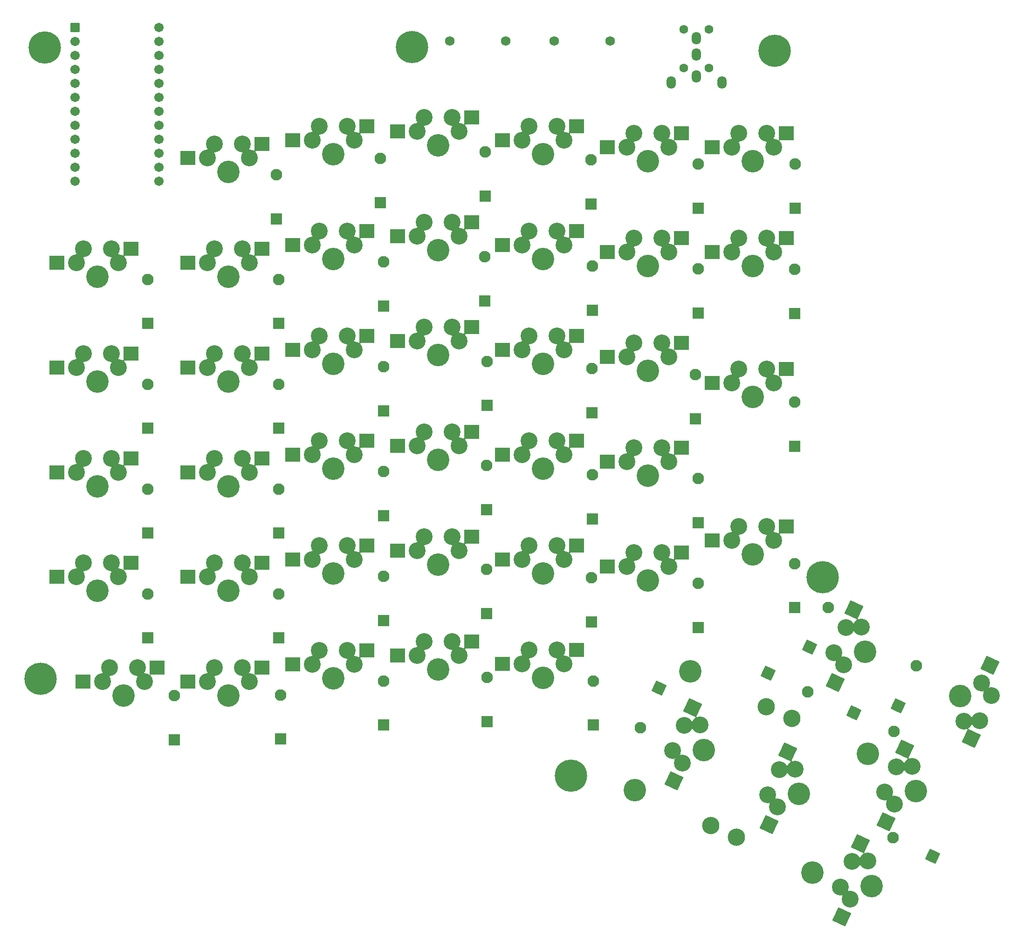
<source format=gbr>
G04 #@! TF.GenerationSoftware,KiCad,Pcbnew,(6.0.9-0)*
G04 #@! TF.CreationDate,2023-02-17T19:07:12+11:00*
G04 #@! TF.ProjectId,ErgoMaxReversible,4572676f-4d61-4785-9265-766572736962,rev?*
G04 #@! TF.SameCoordinates,Original*
G04 #@! TF.FileFunction,Soldermask,Bot*
G04 #@! TF.FilePolarity,Negative*
%FSLAX46Y46*%
G04 Gerber Fmt 4.6, Leading zero omitted, Abs format (unit mm)*
G04 Created by KiCad (PCBNEW (6.0.9-0)) date 2023-02-17 19:07:12*
%MOMM*%
%LPD*%
G01*
G04 APERTURE LIST*
G04 Aperture macros list*
%AMRoundRect*
0 Rectangle with rounded corners*
0 $1 Rounding radius*
0 $2 $3 $4 $5 $6 $7 $8 $9 X,Y pos of 4 corners*
0 Add a 4 corners polygon primitive as box body*
4,1,4,$2,$3,$4,$5,$6,$7,$8,$9,$2,$3,0*
0 Add four circle primitives for the rounded corners*
1,1,$1+$1,$2,$3*
1,1,$1+$1,$4,$5*
1,1,$1+$1,$6,$7*
1,1,$1+$1,$8,$9*
0 Add four rect primitives between the rounded corners*
20,1,$1+$1,$2,$3,$4,$5,0*
20,1,$1+$1,$4,$5,$6,$7,0*
20,1,$1+$1,$6,$7,$8,$9,0*
20,1,$1+$1,$8,$9,$2,$3,0*%
G04 Aperture macros list end*
%ADD10C,5.867400*%
%ADD11C,1.702000*%
%ADD12RoundRect,0.051000X-0.800000X0.800000X-0.800000X-0.800000X0.800000X-0.800000X0.800000X0.800000X0*%
%ADD13C,3.052000*%
%ADD14RoundRect,0.051000X-1.275000X-1.250000X1.275000X-1.250000X1.275000X1.250000X-1.275000X1.250000X0*%
%ADD15C,4.082180*%
%ADD16RoundRect,0.051000X0.594046X-1.683815X1.671723X0.627270X-0.594046X1.683815X-1.671723X-0.627270X0*%
%ADD17RoundRect,0.051000X-0.594046X1.683815X-1.671723X-0.627270X0.594046X-1.683815X1.671723X0.627270X0*%
%ADD18RoundRect,0.051000X-1.000000X1.000000X-1.000000X-1.000000X1.000000X-1.000000X1.000000X1.000000X0*%
%ADD19C,2.102000*%
%ADD20RoundRect,0.051000X-0.483690X1.328926X-1.328926X-0.483690X0.483690X-1.328926X1.328926X0.483690X0*%
%ADD21RoundRect,0.051000X0.483690X-1.328926X1.328926X0.483690X-0.483690X1.328926X-1.328926X-0.483690X0*%
%ADD22RoundRect,0.051000X1.328926X0.483690X-0.483690X1.328926X-1.328926X-0.483690X0.483690X-1.328926X0*%
%ADD23RoundRect,0.051000X-1.328926X-0.483690X0.483690X-1.328926X1.328926X0.483690X-0.483690X1.328926X0*%
%ADD24C,1.602000*%
%ADD25O,1.702000X2.302000*%
%ADD26C,3.150000*%
%ADD27C,4.089800*%
%ADD28C,1.753000*%
G04 APERTURE END LIST*
D10*
X182002380Y-40976880D03*
D11*
X135969660Y-37378640D03*
X135969660Y-39918640D03*
X135969660Y-42458640D03*
X135969660Y-44998640D03*
X135969660Y-47538640D03*
X135969660Y-50078640D03*
X135969660Y-52618640D03*
X135969660Y-55158640D03*
X135969660Y-57698640D03*
X135969660Y-60238640D03*
X135969660Y-62778640D03*
X135969660Y-65318640D03*
X120729660Y-65318640D03*
X120729660Y-62778640D03*
X120729660Y-60238640D03*
X120729660Y-57698640D03*
X120729660Y-55158640D03*
X120729660Y-52618640D03*
X120729660Y-50078640D03*
X120729660Y-47538640D03*
X120729660Y-44998640D03*
X120729660Y-42458640D03*
X120729660Y-39918640D03*
D12*
X120729660Y-37378640D03*
D13*
X203190000Y-55353640D03*
X209540000Y-57893640D03*
D14*
X211820000Y-55353640D03*
D13*
X201920000Y-57893640D03*
X208270000Y-55353640D03*
D15*
X205730000Y-60433640D03*
D14*
X198370000Y-57893640D03*
D13*
X184150000Y-53769640D03*
X190500000Y-56309640D03*
D14*
X192780000Y-53769640D03*
D13*
X182880000Y-56309640D03*
X189230000Y-53769640D03*
D15*
X186690000Y-58849640D03*
D14*
X179330000Y-56309640D03*
D13*
X146061600Y-115702040D03*
X152411600Y-118242040D03*
D14*
X154691600Y-115702040D03*
D13*
X144791600Y-118242040D03*
X151141600Y-115702040D03*
D15*
X148601600Y-120782040D03*
D14*
X141241600Y-118242040D03*
D13*
X165120000Y-112510240D03*
X171470000Y-115050240D03*
D14*
X173750000Y-112510240D03*
D13*
X163850000Y-115050240D03*
X170200000Y-112510240D03*
D15*
X167660000Y-117590240D03*
D14*
X160300000Y-115050240D03*
D13*
X203220000Y-112490000D03*
X209570000Y-115030000D03*
D14*
X211850000Y-112490000D03*
D13*
X201950000Y-115030000D03*
X208300000Y-112490000D03*
D15*
X205760000Y-117570000D03*
D14*
X198400000Y-115030000D03*
D13*
X222270000Y-113800840D03*
X228620000Y-116340840D03*
D14*
X230900000Y-113800840D03*
D13*
X221000000Y-116340840D03*
X227350000Y-113800840D03*
D15*
X224810000Y-118880840D03*
D14*
X217450000Y-116340840D03*
D13*
X258597400Y-151051517D03*
X263583048Y-146369913D03*
D16*
X262244596Y-143230081D03*
D13*
X260362697Y-153275978D03*
X260744301Y-146447473D03*
D15*
X264274894Y-150896396D03*
D16*
X258862402Y-156493371D03*
D13*
X287212176Y-158791272D03*
X282226528Y-163472876D03*
D17*
X283564980Y-166612708D03*
D13*
X285446879Y-156566811D03*
X285065275Y-163395316D03*
D15*
X281534682Y-158946393D03*
D17*
X286947174Y-153349418D03*
D13*
X122260000Y-134740000D03*
X128610000Y-137280000D03*
D14*
X130890000Y-134740000D03*
D13*
X120990000Y-137280000D03*
X127340000Y-134740000D03*
D15*
X124800000Y-139820000D03*
D14*
X117440000Y-137280000D03*
D13*
X146070000Y-134740000D03*
X152420000Y-137280000D03*
D14*
X154700000Y-134740000D03*
D13*
X144800000Y-137280000D03*
X151150000Y-134740000D03*
D15*
X148610000Y-139820000D03*
D14*
X141250000Y-137280000D03*
D13*
X184170000Y-129950000D03*
X190520000Y-132490000D03*
D14*
X192800000Y-129950000D03*
D13*
X182900000Y-132490000D03*
X189250000Y-129950000D03*
D15*
X186710000Y-135030000D03*
D14*
X179350000Y-132490000D03*
D13*
X122265400Y-115693840D03*
X128615400Y-118233840D03*
D14*
X130895400Y-115693840D03*
D13*
X120995400Y-118233840D03*
X127345400Y-115693840D03*
D15*
X124805400Y-120773840D03*
D14*
X117445400Y-118233840D03*
D13*
X222270000Y-132830000D03*
X228620000Y-135370000D03*
D14*
X230900000Y-132830000D03*
D13*
X221000000Y-135370000D03*
X227350000Y-132830000D03*
D15*
X224810000Y-137910000D03*
D14*
X217450000Y-135370000D03*
D13*
X241320000Y-128070000D03*
X247670000Y-130610000D03*
D14*
X249950000Y-128070000D03*
D13*
X240050000Y-130610000D03*
X246400000Y-128070000D03*
D15*
X243860000Y-133150000D03*
D14*
X236500000Y-130610000D03*
D13*
X184170000Y-148990000D03*
X190520000Y-151530000D03*
D14*
X192800000Y-148990000D03*
D13*
X182900000Y-151530000D03*
X189250000Y-148990000D03*
D15*
X186710000Y-154070000D03*
D14*
X179350000Y-151530000D03*
D13*
X267806311Y-176366677D03*
X272791959Y-171685073D03*
D16*
X271453507Y-168545241D03*
D13*
X269571608Y-178591138D03*
X269953212Y-171762633D03*
D15*
X273483805Y-176211556D03*
D16*
X268071313Y-181808531D03*
D13*
X127020000Y-153790000D03*
X133370000Y-156330000D03*
D14*
X135650000Y-153790000D03*
D13*
X125750000Y-156330000D03*
X132100000Y-153790000D03*
D15*
X129560000Y-158870000D03*
D14*
X122200000Y-156330000D03*
D13*
X146070000Y-153790000D03*
X152420000Y-156330000D03*
D14*
X154700000Y-153790000D03*
D13*
X144800000Y-156330000D03*
X151150000Y-153790000D03*
D15*
X148610000Y-158870000D03*
D14*
X141250000Y-156330000D03*
D13*
X165120000Y-150590000D03*
X171470000Y-153130000D03*
D14*
X173750000Y-150590000D03*
D13*
X163850000Y-153130000D03*
X170200000Y-150590000D03*
D15*
X167660000Y-155670000D03*
D14*
X160300000Y-153130000D03*
D13*
X184170000Y-110907240D03*
X190520000Y-113447240D03*
D14*
X192800000Y-110907240D03*
D13*
X182900000Y-113447240D03*
X189250000Y-110907240D03*
D15*
X186710000Y-115987240D03*
D14*
X179350000Y-113447240D03*
D13*
X146060000Y-58573640D03*
X152410000Y-61113640D03*
D14*
X154690000Y-58573640D03*
D13*
X144790000Y-61113640D03*
X151140000Y-58573640D03*
D15*
X148600000Y-63653640D03*
D14*
X141240000Y-61113640D03*
D13*
X165120000Y-131560000D03*
X171470000Y-134100000D03*
D14*
X173750000Y-131560000D03*
D13*
X163850000Y-134100000D03*
X170200000Y-131560000D03*
D15*
X167660000Y-136640000D03*
D14*
X160300000Y-134100000D03*
D13*
X229274942Y-168863529D03*
X234260590Y-164181925D03*
D16*
X232922138Y-161042093D03*
D13*
X231040239Y-171087990D03*
X231421843Y-164259485D03*
D15*
X234952436Y-168708408D03*
D16*
X229539944Y-174305383D03*
D13*
X246545586Y-176881709D03*
X251531234Y-172200105D03*
D16*
X250192782Y-169060273D03*
D13*
X248310883Y-179106170D03*
X248692487Y-172277665D03*
D15*
X252223080Y-176726588D03*
D16*
X246810588Y-182323563D03*
D13*
X259773457Y-193606309D03*
X264759105Y-188924705D03*
D16*
X263420653Y-185784873D03*
D13*
X261538754Y-195830770D03*
X261920358Y-189002265D03*
D15*
X265450951Y-193451188D03*
D16*
X260038459Y-199048163D03*
D13*
X203220000Y-131530000D03*
X209570000Y-134070000D03*
D14*
X211850000Y-131530000D03*
D13*
X201950000Y-134070000D03*
X208300000Y-131530000D03*
D15*
X205760000Y-136610000D03*
D14*
X198400000Y-134070000D03*
D13*
X122251680Y-77610640D03*
X128601680Y-80150640D03*
D14*
X130881680Y-77610640D03*
D13*
X120981680Y-80150640D03*
X127331680Y-77610640D03*
D15*
X124791680Y-82690640D03*
D14*
X117431680Y-80150640D03*
D13*
X165110000Y-55367040D03*
X171460000Y-57907040D03*
D14*
X173740000Y-55367040D03*
D13*
X163840000Y-57907040D03*
X170190000Y-55367040D03*
D15*
X167650000Y-60447040D03*
D14*
X160290000Y-57907040D03*
D13*
X222227751Y-56653640D03*
X228577751Y-59193640D03*
D14*
X230857751Y-56653640D03*
D13*
X220957751Y-59193640D03*
X227307751Y-56653640D03*
D15*
X224767751Y-61733640D03*
D14*
X217407751Y-59193640D03*
D13*
X165107100Y-74420640D03*
X171457100Y-76960640D03*
D14*
X173737100Y-74420640D03*
D13*
X163837100Y-76960640D03*
X170187100Y-74420640D03*
D15*
X167647100Y-79500640D03*
D14*
X160287100Y-76960640D03*
D13*
X241320000Y-56655640D03*
X247670000Y-59195640D03*
D14*
X249950000Y-56655640D03*
D13*
X240050000Y-59195640D03*
X246400000Y-56655640D03*
D15*
X243860000Y-61735640D03*
D14*
X236500000Y-59195640D03*
D13*
X222270000Y-75703520D03*
X228620000Y-78243520D03*
D14*
X230900000Y-75703520D03*
D13*
X221000000Y-78243520D03*
X227350000Y-75703520D03*
D15*
X224810000Y-80783520D03*
D14*
X217450000Y-78243520D03*
D13*
X241320000Y-75695940D03*
X247670000Y-78235940D03*
D14*
X249950000Y-75695940D03*
D13*
X240050000Y-78235940D03*
X246400000Y-75695940D03*
D15*
X243860000Y-80775940D03*
D14*
X236500000Y-78235940D03*
D13*
X122255080Y-96653740D03*
X128605080Y-99193740D03*
D14*
X130885080Y-96653740D03*
D13*
X120985080Y-99193740D03*
X127335080Y-96653740D03*
D15*
X124795080Y-101733740D03*
D14*
X117435080Y-99193740D03*
D13*
X146055860Y-96663340D03*
X152405860Y-99203340D03*
D14*
X154685860Y-96663340D03*
D13*
X144785860Y-99203340D03*
X151135860Y-96663340D03*
D15*
X148595860Y-101743340D03*
D14*
X141235860Y-99203340D03*
D13*
X165104600Y-93462620D03*
X171454600Y-96002620D03*
D14*
X173734600Y-93462620D03*
D13*
X163834600Y-96002620D03*
X170184600Y-93462620D03*
D15*
X167644600Y-98542620D03*
D14*
X160284600Y-96002620D03*
D13*
X184149040Y-91859540D03*
X190499040Y-94399540D03*
D14*
X192779040Y-91859540D03*
D13*
X182879040Y-94399540D03*
X189229040Y-91859540D03*
D15*
X186689040Y-96939540D03*
D14*
X179329040Y-94399540D03*
D13*
X203194440Y-93445260D03*
X209544440Y-95985260D03*
D14*
X211824440Y-93445260D03*
D13*
X201924440Y-95985260D03*
X208274440Y-93445260D03*
D15*
X205734440Y-98525260D03*
D14*
X198374440Y-95985260D03*
D13*
X203194600Y-74407420D03*
X209544600Y-76947420D03*
D14*
X211824600Y-74407420D03*
D13*
X201924600Y-76947420D03*
X208274600Y-74407420D03*
D15*
X205734600Y-79487420D03*
D14*
X198374600Y-76947420D03*
D13*
X222227600Y-94756040D03*
X228577600Y-97296040D03*
D14*
X230857600Y-94756040D03*
D13*
X220957600Y-97296040D03*
X227307600Y-94756040D03*
D15*
X224767600Y-99836040D03*
D14*
X217407600Y-97296040D03*
D13*
X241320000Y-99515640D03*
X247670000Y-102055640D03*
D14*
X249950000Y-99515640D03*
D13*
X240050000Y-102055640D03*
X246400000Y-99515640D03*
D15*
X243860000Y-104595640D03*
D14*
X236500000Y-102055640D03*
D13*
X184152700Y-72815080D03*
X190502700Y-75355080D03*
D14*
X192782700Y-72815080D03*
D13*
X182882700Y-75355080D03*
X189232700Y-72815080D03*
D15*
X186692700Y-77895080D03*
D14*
X179332700Y-75355080D03*
D13*
X203220000Y-150570000D03*
X209570000Y-153110000D03*
D14*
X211850000Y-150570000D03*
D13*
X201950000Y-153110000D03*
X208300000Y-150570000D03*
D15*
X205760000Y-155650000D03*
D14*
X198400000Y-153110000D03*
D13*
X146057100Y-77610640D03*
X152407100Y-80150640D03*
D14*
X154687100Y-77610640D03*
D13*
X144787100Y-80150640D03*
X151137100Y-77610640D03*
D15*
X148597100Y-82690640D03*
D14*
X141237100Y-80150640D03*
D18*
X195493640Y-125033540D03*
D19*
X195493640Y-117033540D03*
X214703660Y-118732800D03*
D18*
X214703660Y-126732800D03*
X233954161Y-127400166D03*
D19*
X233954161Y-119400166D03*
X257542133Y-142790529D03*
D20*
X254161187Y-150040991D03*
X270226687Y-160670891D03*
D19*
X273607633Y-153420429D03*
X133944161Y-140339326D03*
D18*
X133944161Y-148339326D03*
X157754161Y-148339326D03*
D19*
X157754161Y-140339326D03*
X176804161Y-137159326D03*
D18*
X176804161Y-145159326D03*
X195513960Y-143920980D03*
D19*
X195513960Y-135920980D03*
X133949561Y-121293166D03*
D18*
X133949561Y-129293166D03*
X176804161Y-126109566D03*
D19*
X176804161Y-118109566D03*
X157745761Y-121301366D03*
D18*
X157745761Y-129301366D03*
D21*
X226797973Y-157443789D03*
D19*
X223417027Y-164694251D03*
X214904161Y-156169326D03*
D18*
X214904161Y-164169326D03*
X195559680Y-163547560D03*
D19*
X195559680Y-155547560D03*
X176804161Y-156189326D03*
D18*
X176804161Y-164189326D03*
X158122620Y-166737800D03*
D19*
X158122620Y-158737800D03*
X138811000Y-158849560D03*
D18*
X138811000Y-166849560D03*
D22*
X262261969Y-161954107D03*
D19*
X269512431Y-165335053D03*
X251475240Y-134854180D03*
D18*
X251475240Y-142854180D03*
X233954161Y-146429326D03*
D19*
X233954161Y-138429326D03*
X253866031Y-158179873D03*
D22*
X246615569Y-154798927D03*
D18*
X214523320Y-145444980D03*
D19*
X214523320Y-137444980D03*
X195252340Y-60048640D03*
D18*
X195252340Y-68048640D03*
X214495380Y-69504060D03*
D19*
X214495380Y-61504060D03*
X233911912Y-62252966D03*
D18*
X233911912Y-70252966D03*
X251559060Y-70235580D03*
D19*
X251559060Y-62235580D03*
X133935841Y-83209966D03*
D18*
X133935841Y-91209966D03*
X157741261Y-91209966D03*
D19*
X157741261Y-83209966D03*
X176791261Y-80019966D03*
D18*
X176791261Y-88019966D03*
X195191380Y-87108800D03*
D19*
X195191380Y-79108800D03*
X269313009Y-184687107D03*
D23*
X276563471Y-188068053D03*
D18*
X233954161Y-89302846D03*
D19*
X233954161Y-81302846D03*
X214767160Y-80808060D03*
D18*
X214767160Y-88808060D03*
X157350460Y-72181220D03*
D19*
X157350460Y-64181220D03*
X233453940Y-100503220D03*
D18*
X233453940Y-108503220D03*
X176225200Y-69222120D03*
D19*
X176225200Y-61222120D03*
X251472700Y-105501940D03*
D18*
X251472700Y-113501940D03*
X214635080Y-107421180D03*
D19*
X214635080Y-99421180D03*
X195564760Y-98097840D03*
D18*
X195564760Y-106097840D03*
X176788761Y-107061946D03*
D19*
X176788761Y-99061946D03*
X157740021Y-102262666D03*
D18*
X157740021Y-110262666D03*
X133939241Y-110253066D03*
D19*
X133939241Y-102253066D03*
X251513340Y-81379560D03*
D18*
X251513340Y-89379560D03*
D24*
X235929200Y-44744200D03*
X235929200Y-37744200D03*
D25*
X238229200Y-47444200D03*
X229029200Y-47444200D03*
X233629200Y-46344200D03*
X233629200Y-39344200D03*
D24*
X231329200Y-44744200D03*
X231329200Y-37744200D03*
D25*
X233629200Y-42344200D03*
D26*
X240847303Y-184594102D03*
X250937737Y-162955097D03*
D27*
X254659434Y-191034804D03*
X264749868Y-169395798D03*
X222425648Y-176039198D03*
X232516082Y-154400192D03*
D26*
X236237779Y-182479899D03*
X246328213Y-160840894D03*
D10*
X256580125Y-137332164D03*
X115282980Y-41036240D03*
X247845580Y-41650920D03*
X114479969Y-155747076D03*
X210842752Y-173375665D03*
D28*
X207765920Y-39875460D03*
X217925920Y-39875460D03*
X188827680Y-39875460D03*
X198987680Y-39875460D03*
G36*
X260226893Y-195060943D02*
G01*
X260227360Y-195062888D01*
X260227147Y-195063365D01*
X260180866Y-195138889D01*
X260119706Y-195286544D01*
X260118119Y-195287762D01*
X260116271Y-195286997D01*
X260115869Y-195285565D01*
X260123189Y-195217477D01*
X260092189Y-195155547D01*
X260032514Y-195120141D01*
X259994600Y-195116884D01*
X259992960Y-195115739D01*
X259993131Y-195113746D01*
X259994614Y-195112897D01*
X260011861Y-195111539D01*
X260224975Y-195060375D01*
X260226893Y-195060943D01*
G37*
G36*
X261195940Y-194150082D02*
G01*
X261196342Y-194151514D01*
X261189022Y-194219602D01*
X261220022Y-194281532D01*
X261279697Y-194316938D01*
X261317611Y-194320195D01*
X261319251Y-194321340D01*
X261319080Y-194323333D01*
X261317597Y-194324182D01*
X261300350Y-194325540D01*
X261087236Y-194376704D01*
X261085318Y-194376136D01*
X261084851Y-194374191D01*
X261085064Y-194373714D01*
X261131345Y-194298190D01*
X261192505Y-194150535D01*
X261194092Y-194149317D01*
X261195940Y-194150082D01*
G37*
G36*
X263357382Y-189510934D02*
G01*
X263357643Y-189511387D01*
X263401217Y-189616586D01*
X263470766Y-189730079D01*
X263470819Y-189732078D01*
X263469113Y-189733123D01*
X263467719Y-189732607D01*
X263416939Y-189686665D01*
X263348614Y-189675343D01*
X263284892Y-189702810D01*
X263259971Y-189731570D01*
X263258081Y-189732224D01*
X263256570Y-189730914D01*
X263256755Y-189729215D01*
X263278246Y-189694146D01*
X263353947Y-189511387D01*
X263355534Y-189510169D01*
X263357382Y-189510934D01*
G37*
G36*
X263211744Y-188194363D02*
G01*
X263262524Y-188240305D01*
X263330849Y-188251627D01*
X263394571Y-188224160D01*
X263419492Y-188195400D01*
X263421382Y-188194746D01*
X263422893Y-188196056D01*
X263422708Y-188197755D01*
X263401217Y-188232824D01*
X263325516Y-188415583D01*
X263323929Y-188416801D01*
X263322081Y-188416036D01*
X263321820Y-188415583D01*
X263278246Y-188310384D01*
X263208697Y-188196891D01*
X263208644Y-188194892D01*
X263210350Y-188193847D01*
X263211744Y-188194363D01*
G37*
G36*
X264152151Y-187296965D02*
G01*
X264152490Y-187298412D01*
X264142002Y-187367465D01*
X264170273Y-187430691D01*
X264228257Y-187468609D01*
X264291567Y-187470442D01*
X264293269Y-187471492D01*
X264293211Y-187473491D01*
X264291976Y-187474386D01*
X264288164Y-187475302D01*
X264067224Y-187566817D01*
X263885172Y-187678379D01*
X263883173Y-187678432D01*
X263882128Y-187676726D01*
X263882644Y-187675332D01*
X263928585Y-187624553D01*
X263939907Y-187556228D01*
X263912464Y-187492561D01*
X263869507Y-187459409D01*
X263868747Y-187457559D01*
X263869969Y-187455976D01*
X263871574Y-187456013D01*
X263993813Y-187513014D01*
X264012564Y-187517603D01*
X264031445Y-187514695D01*
X264047776Y-187504787D01*
X264059192Y-187489218D01*
X264148700Y-187297267D01*
X264150339Y-187296120D01*
X264152151Y-187296965D01*
G37*
G36*
X246999022Y-178336343D02*
G01*
X246999489Y-178338288D01*
X246999276Y-178338765D01*
X246952995Y-178414289D01*
X246891835Y-178561944D01*
X246890248Y-178563162D01*
X246888400Y-178562397D01*
X246887998Y-178560965D01*
X246895318Y-178492877D01*
X246864318Y-178430947D01*
X246804643Y-178395541D01*
X246766729Y-178392284D01*
X246765089Y-178391139D01*
X246765260Y-178389146D01*
X246766743Y-178388297D01*
X246783990Y-178386939D01*
X246997104Y-178335775D01*
X246999022Y-178336343D01*
G37*
G36*
X268259747Y-177821311D02*
G01*
X268260214Y-177823256D01*
X268260001Y-177823733D01*
X268213720Y-177899257D01*
X268152560Y-178046912D01*
X268150973Y-178048130D01*
X268149125Y-178047365D01*
X268148723Y-178045933D01*
X268156043Y-177977845D01*
X268125043Y-177915915D01*
X268065368Y-177880509D01*
X268027454Y-177877252D01*
X268025814Y-177876107D01*
X268025985Y-177874114D01*
X268027468Y-177873265D01*
X268044715Y-177871907D01*
X268257829Y-177820743D01*
X268259747Y-177821311D01*
G37*
G36*
X247968069Y-177425482D02*
G01*
X247968471Y-177426914D01*
X247961151Y-177495002D01*
X247992151Y-177556932D01*
X248051826Y-177592338D01*
X248089740Y-177595595D01*
X248091380Y-177596740D01*
X248091209Y-177598733D01*
X248089726Y-177599582D01*
X248072479Y-177600940D01*
X247859365Y-177652104D01*
X247857447Y-177651536D01*
X247856980Y-177649591D01*
X247857193Y-177649114D01*
X247903474Y-177573590D01*
X247964634Y-177425935D01*
X247966221Y-177424717D01*
X247968069Y-177425482D01*
G37*
G36*
X269228794Y-176910450D02*
G01*
X269229196Y-176911882D01*
X269221876Y-176979970D01*
X269252876Y-177041900D01*
X269312551Y-177077306D01*
X269350465Y-177080563D01*
X269352105Y-177081708D01*
X269351934Y-177083701D01*
X269350451Y-177084550D01*
X269333204Y-177085908D01*
X269120090Y-177137072D01*
X269118172Y-177136504D01*
X269117705Y-177134559D01*
X269117918Y-177134082D01*
X269164199Y-177058558D01*
X269225359Y-176910903D01*
X269226946Y-176909685D01*
X269228794Y-176910450D01*
G37*
G36*
X250129511Y-172786334D02*
G01*
X250129772Y-172786787D01*
X250173346Y-172891986D01*
X250242895Y-173005479D01*
X250242948Y-173007478D01*
X250241242Y-173008523D01*
X250239848Y-173008007D01*
X250189068Y-172962065D01*
X250120743Y-172950743D01*
X250057021Y-172978210D01*
X250032100Y-173006970D01*
X250030210Y-173007624D01*
X250028699Y-173006314D01*
X250028884Y-173004615D01*
X250050375Y-172969546D01*
X250126076Y-172786787D01*
X250127663Y-172785569D01*
X250129511Y-172786334D01*
G37*
G36*
X271390236Y-172271302D02*
G01*
X271390497Y-172271755D01*
X271434071Y-172376954D01*
X271503620Y-172490447D01*
X271503673Y-172492446D01*
X271501967Y-172493491D01*
X271500573Y-172492975D01*
X271449793Y-172447033D01*
X271381468Y-172435711D01*
X271317746Y-172463178D01*
X271292825Y-172491938D01*
X271290935Y-172492592D01*
X271289424Y-172491282D01*
X271289609Y-172489583D01*
X271311100Y-172454514D01*
X271386801Y-172271755D01*
X271388388Y-172270537D01*
X271390236Y-172271302D01*
G37*
G36*
X249983873Y-171469763D02*
G01*
X250034653Y-171515705D01*
X250102978Y-171527027D01*
X250166700Y-171499560D01*
X250191621Y-171470800D01*
X250193511Y-171470146D01*
X250195022Y-171471456D01*
X250194837Y-171473155D01*
X250173346Y-171508224D01*
X250097645Y-171690983D01*
X250096058Y-171692201D01*
X250094210Y-171691436D01*
X250093949Y-171690983D01*
X250050375Y-171585784D01*
X249980826Y-171472291D01*
X249980773Y-171470292D01*
X249982479Y-171469247D01*
X249983873Y-171469763D01*
G37*
G36*
X271244598Y-170954731D02*
G01*
X271295378Y-171000673D01*
X271363703Y-171011995D01*
X271427425Y-170984528D01*
X271452346Y-170955768D01*
X271454236Y-170955114D01*
X271455747Y-170956424D01*
X271455562Y-170958123D01*
X271434071Y-170993192D01*
X271358370Y-171175951D01*
X271356783Y-171177169D01*
X271354935Y-171176404D01*
X271354674Y-171175951D01*
X271311100Y-171070752D01*
X271241551Y-170957259D01*
X271241498Y-170955260D01*
X271243204Y-170954215D01*
X271244598Y-170954731D01*
G37*
G36*
X250924280Y-170572365D02*
G01*
X250924619Y-170573812D01*
X250914131Y-170642865D01*
X250942402Y-170706091D01*
X251000386Y-170744009D01*
X251063696Y-170745842D01*
X251065398Y-170746892D01*
X251065340Y-170748891D01*
X251064105Y-170749786D01*
X251060293Y-170750702D01*
X250839353Y-170842217D01*
X250657301Y-170953779D01*
X250655302Y-170953832D01*
X250654257Y-170952126D01*
X250654773Y-170950732D01*
X250700714Y-170899953D01*
X250712036Y-170831628D01*
X250684593Y-170767961D01*
X250641636Y-170734809D01*
X250640876Y-170732959D01*
X250642098Y-170731376D01*
X250643703Y-170731413D01*
X250765942Y-170788414D01*
X250784693Y-170793003D01*
X250803574Y-170790095D01*
X250819905Y-170780187D01*
X250831321Y-170764618D01*
X250920829Y-170572667D01*
X250922468Y-170571520D01*
X250924280Y-170572365D01*
G37*
G36*
X229728378Y-170318163D02*
G01*
X229728845Y-170320108D01*
X229728632Y-170320585D01*
X229682351Y-170396109D01*
X229621191Y-170543764D01*
X229619604Y-170544982D01*
X229617756Y-170544217D01*
X229617354Y-170542785D01*
X229624674Y-170474697D01*
X229593674Y-170412767D01*
X229533999Y-170377361D01*
X229496085Y-170374104D01*
X229494445Y-170372959D01*
X229494616Y-170370966D01*
X229496099Y-170370117D01*
X229513346Y-170368759D01*
X229726460Y-170317595D01*
X229728378Y-170318163D01*
G37*
G36*
X272185005Y-170057333D02*
G01*
X272185344Y-170058780D01*
X272174856Y-170127833D01*
X272203127Y-170191059D01*
X272261111Y-170228977D01*
X272324421Y-170230810D01*
X272326123Y-170231860D01*
X272326065Y-170233859D01*
X272324830Y-170234754D01*
X272321018Y-170235670D01*
X272100078Y-170327185D01*
X271918026Y-170438747D01*
X271916027Y-170438800D01*
X271914982Y-170437094D01*
X271915498Y-170435700D01*
X271961439Y-170384921D01*
X271972761Y-170316596D01*
X271945318Y-170252929D01*
X271902361Y-170219777D01*
X271901601Y-170217927D01*
X271902823Y-170216344D01*
X271904428Y-170216381D01*
X272026667Y-170273382D01*
X272045418Y-170277971D01*
X272064299Y-170275063D01*
X272080630Y-170265155D01*
X272092046Y-170249586D01*
X272181554Y-170057635D01*
X272183193Y-170056488D01*
X272185005Y-170057333D01*
G37*
G36*
X230697425Y-169407302D02*
G01*
X230697827Y-169408734D01*
X230690507Y-169476822D01*
X230721507Y-169538752D01*
X230781182Y-169574158D01*
X230819096Y-169577415D01*
X230820736Y-169578560D01*
X230820565Y-169580553D01*
X230819082Y-169581402D01*
X230801835Y-169582760D01*
X230588721Y-169633924D01*
X230586803Y-169633356D01*
X230586336Y-169631411D01*
X230586549Y-169630934D01*
X230632830Y-169555410D01*
X230693990Y-169407755D01*
X230695577Y-169406537D01*
X230697425Y-169407302D01*
G37*
G36*
X283103505Y-164720855D02*
G01*
X283102989Y-164722249D01*
X283057048Y-164773028D01*
X283045726Y-164841353D01*
X283073169Y-164905020D01*
X283116126Y-164938172D01*
X283116886Y-164940022D01*
X283115664Y-164941605D01*
X283114059Y-164941568D01*
X282991820Y-164884567D01*
X282973069Y-164879978D01*
X282954188Y-164882886D01*
X282937857Y-164892794D01*
X282926441Y-164908363D01*
X282836933Y-165100314D01*
X282835294Y-165101461D01*
X282833482Y-165100616D01*
X282833143Y-165099169D01*
X282843631Y-165030116D01*
X282815360Y-164966890D01*
X282757376Y-164928972D01*
X282694066Y-164927139D01*
X282692364Y-164926089D01*
X282692422Y-164924090D01*
X282693657Y-164923195D01*
X282697469Y-164922279D01*
X282918409Y-164830764D01*
X283100461Y-164719202D01*
X283102460Y-164719149D01*
X283103505Y-164720855D01*
G37*
G36*
X232858867Y-164768154D02*
G01*
X232859128Y-164768607D01*
X232902702Y-164873806D01*
X232972251Y-164987299D01*
X232972304Y-164989298D01*
X232970598Y-164990343D01*
X232969204Y-164989827D01*
X232918424Y-164943885D01*
X232850099Y-164932563D01*
X232786377Y-164960030D01*
X232761456Y-164988790D01*
X232759566Y-164989444D01*
X232758055Y-164988134D01*
X232758240Y-164986435D01*
X232779731Y-164951366D01*
X232855432Y-164768607D01*
X232857019Y-164767389D01*
X232858867Y-164768154D01*
G37*
G36*
X283663552Y-163981545D02*
G01*
X283663813Y-163981998D01*
X283707387Y-164087197D01*
X283776936Y-164200690D01*
X283776989Y-164202689D01*
X283775283Y-164203734D01*
X283773889Y-164203218D01*
X283723109Y-164157276D01*
X283654784Y-164145954D01*
X283591062Y-164173421D01*
X283566141Y-164202181D01*
X283564251Y-164202835D01*
X283562740Y-164201525D01*
X283562925Y-164199826D01*
X283584416Y-164164757D01*
X283660117Y-163981998D01*
X283661704Y-163980780D01*
X283663552Y-163981545D01*
G37*
G36*
X232713229Y-163451583D02*
G01*
X232764009Y-163497525D01*
X232832334Y-163508847D01*
X232896056Y-163481380D01*
X232920977Y-163452620D01*
X232922867Y-163451966D01*
X232924378Y-163453276D01*
X232924193Y-163454975D01*
X232902702Y-163490044D01*
X232827001Y-163672803D01*
X232825414Y-163674021D01*
X232823566Y-163673256D01*
X232823305Y-163672803D01*
X232779731Y-163567604D01*
X232710182Y-163454111D01*
X232710129Y-163452112D01*
X232711835Y-163451067D01*
X232713229Y-163451583D01*
G37*
G36*
X233653636Y-162554185D02*
G01*
X233653975Y-162555632D01*
X233643487Y-162624685D01*
X233671758Y-162687911D01*
X233729742Y-162725829D01*
X233793052Y-162727662D01*
X233794754Y-162728712D01*
X233794696Y-162730711D01*
X233793461Y-162731606D01*
X233789649Y-162732522D01*
X233568709Y-162824037D01*
X233386657Y-162935599D01*
X233384658Y-162935652D01*
X233383613Y-162933946D01*
X233384129Y-162932552D01*
X233430070Y-162881773D01*
X233441392Y-162813448D01*
X233413949Y-162749781D01*
X233370992Y-162716629D01*
X233370232Y-162714779D01*
X233371454Y-162713196D01*
X233373059Y-162713233D01*
X233495298Y-162770234D01*
X233514049Y-162774823D01*
X233532930Y-162771915D01*
X233549261Y-162762007D01*
X233560677Y-162746438D01*
X233650185Y-162554487D01*
X233651824Y-162553340D01*
X233653636Y-162554185D01*
G37*
G36*
X283517914Y-162664974D02*
G01*
X283568694Y-162710916D01*
X283637019Y-162722238D01*
X283700741Y-162694771D01*
X283725662Y-162666011D01*
X283727552Y-162665357D01*
X283729063Y-162666667D01*
X283728878Y-162668366D01*
X283707387Y-162703435D01*
X283631686Y-162886194D01*
X283630099Y-162887412D01*
X283628251Y-162886647D01*
X283627990Y-162886194D01*
X283584416Y-162780995D01*
X283514867Y-162667502D01*
X283514814Y-162665503D01*
X283516520Y-162664458D01*
X283517914Y-162664974D01*
G37*
G36*
X285900315Y-158021445D02*
G01*
X285900782Y-158023390D01*
X285900569Y-158023867D01*
X285854288Y-158099391D01*
X285793128Y-158247046D01*
X285791541Y-158248264D01*
X285789693Y-158247499D01*
X285789291Y-158246067D01*
X285796611Y-158177979D01*
X285765611Y-158116049D01*
X285705936Y-158080643D01*
X285668022Y-158077386D01*
X285666382Y-158076241D01*
X285666553Y-158074248D01*
X285668036Y-158073399D01*
X285685283Y-158072041D01*
X285898397Y-158020877D01*
X285900315Y-158021445D01*
G37*
G36*
X286869362Y-157110584D02*
G01*
X286869764Y-157112016D01*
X286862444Y-157180104D01*
X286893444Y-157242034D01*
X286953119Y-157277440D01*
X286991033Y-157280697D01*
X286992673Y-157281842D01*
X286992502Y-157283835D01*
X286991019Y-157284684D01*
X286973772Y-157286042D01*
X286760658Y-157337206D01*
X286758740Y-157336638D01*
X286758273Y-157334693D01*
X286758486Y-157334216D01*
X286804767Y-157258692D01*
X286865927Y-157111037D01*
X286867514Y-157109819D01*
X286869362Y-157110584D01*
G37*
G36*
X151296807Y-155303443D02*
G01*
X151296964Y-155305437D01*
X151296680Y-155305875D01*
X151187061Y-155434222D01*
X151148372Y-155497356D01*
X151146615Y-155498310D01*
X151144909Y-155497265D01*
X151144736Y-155495789D01*
X151162617Y-155429686D01*
X151141687Y-155363669D01*
X151088285Y-155319362D01*
X151051349Y-155310215D01*
X151049908Y-155308828D01*
X151050389Y-155306887D01*
X151051987Y-155306280D01*
X151150000Y-155313994D01*
X151295002Y-155302582D01*
X151296807Y-155303443D01*
G37*
G36*
X132246807Y-155303443D02*
G01*
X132246964Y-155305437D01*
X132246680Y-155305875D01*
X132137061Y-155434222D01*
X132098372Y-155497356D01*
X132096615Y-155498310D01*
X132094909Y-155497265D01*
X132094736Y-155495789D01*
X132112617Y-155429686D01*
X132091687Y-155363669D01*
X132038285Y-155319362D01*
X132001349Y-155310215D01*
X131999908Y-155308828D01*
X132000389Y-155306887D01*
X132001987Y-155306280D01*
X132100000Y-155313994D01*
X132245002Y-155302582D01*
X132246807Y-155303443D01*
G37*
G36*
X127020000Y-155313994D02*
G01*
X127119024Y-155306200D01*
X127120829Y-155307061D01*
X127120986Y-155309055D01*
X127119893Y-155310063D01*
X127055908Y-155334450D01*
X127014800Y-155390190D01*
X127010344Y-155459435D01*
X127024656Y-155494695D01*
X127024381Y-155496676D01*
X127022528Y-155497428D01*
X127021098Y-155496492D01*
X126982939Y-155434222D01*
X126873320Y-155305875D01*
X126872956Y-155303908D01*
X126874477Y-155302609D01*
X126874998Y-155302582D01*
X127020000Y-155313994D01*
G37*
G36*
X146070000Y-155313994D02*
G01*
X146169024Y-155306200D01*
X146170829Y-155307061D01*
X146170986Y-155309055D01*
X146169893Y-155310063D01*
X146105908Y-155334450D01*
X146064800Y-155390190D01*
X146060344Y-155459435D01*
X146074656Y-155494695D01*
X146074381Y-155496676D01*
X146072528Y-155497428D01*
X146071098Y-155496492D01*
X146032939Y-155434222D01*
X145923320Y-155305875D01*
X145922956Y-155303908D01*
X145924477Y-155302609D01*
X145924998Y-155302582D01*
X146070000Y-155313994D01*
G37*
G36*
X134325329Y-154906156D02*
G01*
X134326000Y-154907650D01*
X134326000Y-155039801D01*
X134329767Y-155058738D01*
X134340380Y-155074620D01*
X134356262Y-155085233D01*
X134375199Y-155089000D01*
X134583068Y-155089000D01*
X134584800Y-155090000D01*
X134584800Y-155092000D01*
X134583631Y-155092919D01*
X134516616Y-155112596D01*
X134471261Y-155164939D01*
X134461404Y-155233496D01*
X134489270Y-155295095D01*
X134489073Y-155297085D01*
X134487251Y-155297909D01*
X134485927Y-155297218D01*
X134447626Y-155252374D01*
X134265778Y-155097061D01*
X134133966Y-155016286D01*
X134133012Y-155014529D01*
X134134057Y-155012823D01*
X134135533Y-155012650D01*
X134201636Y-155030531D01*
X134267653Y-155009602D01*
X134311933Y-154956233D01*
X134322041Y-154907246D01*
X134323371Y-154905752D01*
X134325329Y-154906156D01*
G37*
G36*
X153375329Y-154906156D02*
G01*
X153376000Y-154907650D01*
X153376000Y-155039801D01*
X153379767Y-155058738D01*
X153390380Y-155074620D01*
X153406262Y-155085233D01*
X153425199Y-155089000D01*
X153633068Y-155089000D01*
X153634800Y-155090000D01*
X153634800Y-155092000D01*
X153633631Y-155092919D01*
X153566616Y-155112596D01*
X153521261Y-155164939D01*
X153511404Y-155233496D01*
X153539270Y-155295095D01*
X153539073Y-155297085D01*
X153537251Y-155297909D01*
X153535927Y-155297218D01*
X153497626Y-155252374D01*
X153315778Y-155097061D01*
X153183966Y-155016286D01*
X153183012Y-155014529D01*
X153184057Y-155012823D01*
X153185533Y-155012650D01*
X153251636Y-155030531D01*
X153317653Y-155009602D01*
X153361933Y-154956233D01*
X153372041Y-154907246D01*
X153373371Y-154905752D01*
X153375329Y-154906156D01*
G37*
G36*
X144798902Y-154623508D02*
G01*
X144837061Y-154685778D01*
X144946680Y-154814125D01*
X144947044Y-154816092D01*
X144945523Y-154817391D01*
X144945002Y-154817418D01*
X144800000Y-154806006D01*
X144700976Y-154813800D01*
X144699171Y-154812939D01*
X144699014Y-154810945D01*
X144700107Y-154809937D01*
X144764092Y-154785550D01*
X144805200Y-154729810D01*
X144809656Y-154660565D01*
X144795344Y-154625305D01*
X144795619Y-154623324D01*
X144797472Y-154622572D01*
X144798902Y-154623508D01*
G37*
G36*
X152425091Y-154622735D02*
G01*
X152425264Y-154624211D01*
X152407383Y-154690314D01*
X152428313Y-154756331D01*
X152481715Y-154800638D01*
X152518651Y-154809785D01*
X152520092Y-154811172D01*
X152519611Y-154813113D01*
X152518013Y-154813720D01*
X152420000Y-154806006D01*
X152274998Y-154817418D01*
X152273193Y-154816557D01*
X152273036Y-154814563D01*
X152273320Y-154814125D01*
X152382939Y-154685778D01*
X152421628Y-154622644D01*
X152423385Y-154621690D01*
X152425091Y-154622735D01*
G37*
G36*
X125748902Y-154623508D02*
G01*
X125787061Y-154685778D01*
X125896680Y-154814125D01*
X125897044Y-154816092D01*
X125895523Y-154817391D01*
X125895002Y-154817418D01*
X125750000Y-154806006D01*
X125650976Y-154813800D01*
X125649171Y-154812939D01*
X125649014Y-154810945D01*
X125650107Y-154809937D01*
X125714092Y-154785550D01*
X125755200Y-154729810D01*
X125759656Y-154660565D01*
X125745344Y-154625305D01*
X125745619Y-154623324D01*
X125747472Y-154622572D01*
X125748902Y-154623508D01*
G37*
G36*
X133375091Y-154622735D02*
G01*
X133375264Y-154624211D01*
X133357383Y-154690314D01*
X133378313Y-154756331D01*
X133431715Y-154800638D01*
X133468651Y-154809785D01*
X133470092Y-154811172D01*
X133469611Y-154813113D01*
X133468013Y-154813720D01*
X133370000Y-154806006D01*
X133224998Y-154817418D01*
X133223193Y-154816557D01*
X133223036Y-154814563D01*
X133223320Y-154814125D01*
X133332939Y-154685778D01*
X133371628Y-154622644D01*
X133373385Y-154621690D01*
X133375091Y-154622735D01*
G37*
G36*
X259050836Y-152506151D02*
G01*
X259051303Y-152508096D01*
X259051090Y-152508573D01*
X259004809Y-152584097D01*
X258943649Y-152731752D01*
X258942062Y-152732970D01*
X258940214Y-152732205D01*
X258939812Y-152730773D01*
X258947132Y-152662685D01*
X258916132Y-152600755D01*
X258856457Y-152565349D01*
X258818543Y-152562092D01*
X258816903Y-152560947D01*
X258817074Y-152558954D01*
X258818557Y-152558105D01*
X258835804Y-152556747D01*
X259048918Y-152505583D01*
X259050836Y-152506151D01*
G37*
G36*
X170346807Y-152103443D02*
G01*
X170346964Y-152105437D01*
X170346680Y-152105875D01*
X170237061Y-152234222D01*
X170198372Y-152297356D01*
X170196615Y-152298310D01*
X170194909Y-152297265D01*
X170194736Y-152295789D01*
X170212617Y-152229686D01*
X170191687Y-152163669D01*
X170138285Y-152119362D01*
X170101349Y-152110215D01*
X170099908Y-152108828D01*
X170100389Y-152106887D01*
X170101987Y-152106280D01*
X170200000Y-152113994D01*
X170345002Y-152102582D01*
X170346807Y-152103443D01*
G37*
G36*
X165120000Y-152113994D02*
G01*
X165219024Y-152106200D01*
X165220829Y-152107061D01*
X165220986Y-152109055D01*
X165219893Y-152110063D01*
X165155908Y-152134450D01*
X165114800Y-152190190D01*
X165110344Y-152259435D01*
X165124656Y-152294695D01*
X165124381Y-152296676D01*
X165122528Y-152297428D01*
X165121098Y-152296492D01*
X165082939Y-152234222D01*
X164973320Y-152105875D01*
X164972956Y-152103908D01*
X164974477Y-152102609D01*
X164974998Y-152102582D01*
X165120000Y-152113994D01*
G37*
G36*
X208446807Y-152083443D02*
G01*
X208446964Y-152085437D01*
X208446680Y-152085875D01*
X208337061Y-152214222D01*
X208298372Y-152277356D01*
X208296615Y-152278310D01*
X208294909Y-152277265D01*
X208294736Y-152275789D01*
X208312617Y-152209686D01*
X208291687Y-152143669D01*
X208238285Y-152099362D01*
X208201349Y-152090215D01*
X208199908Y-152088828D01*
X208200389Y-152086887D01*
X208201987Y-152086280D01*
X208300000Y-152093994D01*
X208445002Y-152082582D01*
X208446807Y-152083443D01*
G37*
G36*
X203220000Y-152093994D02*
G01*
X203319024Y-152086200D01*
X203320829Y-152087061D01*
X203320986Y-152089055D01*
X203319893Y-152090063D01*
X203255908Y-152114450D01*
X203214800Y-152170190D01*
X203210344Y-152239435D01*
X203224656Y-152274695D01*
X203224381Y-152276676D01*
X203222528Y-152277428D01*
X203221098Y-152276492D01*
X203182939Y-152214222D01*
X203073320Y-152085875D01*
X203072956Y-152083908D01*
X203074477Y-152082609D01*
X203074998Y-152082582D01*
X203220000Y-152093994D01*
G37*
G36*
X172425329Y-151706156D02*
G01*
X172426000Y-151707650D01*
X172426000Y-151839801D01*
X172429767Y-151858738D01*
X172440380Y-151874620D01*
X172456262Y-151885233D01*
X172475199Y-151889000D01*
X172683068Y-151889000D01*
X172684800Y-151890000D01*
X172684800Y-151892000D01*
X172683631Y-151892919D01*
X172616616Y-151912596D01*
X172571261Y-151964939D01*
X172561404Y-152033496D01*
X172589270Y-152095095D01*
X172589073Y-152097085D01*
X172587251Y-152097909D01*
X172585927Y-152097218D01*
X172547626Y-152052374D01*
X172365778Y-151897061D01*
X172233966Y-151816286D01*
X172233012Y-151814529D01*
X172234057Y-151812823D01*
X172235533Y-151812650D01*
X172301636Y-151830531D01*
X172367653Y-151809602D01*
X172411933Y-151756233D01*
X172422041Y-151707246D01*
X172423371Y-151705752D01*
X172425329Y-151706156D01*
G37*
G36*
X210525329Y-151686156D02*
G01*
X210526000Y-151687650D01*
X210526000Y-151819801D01*
X210529767Y-151838738D01*
X210540380Y-151854620D01*
X210556262Y-151865233D01*
X210575199Y-151869000D01*
X210783068Y-151869000D01*
X210784800Y-151870000D01*
X210784800Y-151872000D01*
X210783631Y-151872919D01*
X210716616Y-151892596D01*
X210671261Y-151944939D01*
X210661404Y-152013496D01*
X210689270Y-152075095D01*
X210689073Y-152077085D01*
X210687251Y-152077909D01*
X210685927Y-152077218D01*
X210647626Y-152032374D01*
X210465778Y-151877061D01*
X210333966Y-151796286D01*
X210333012Y-151794529D01*
X210334057Y-151792823D01*
X210335533Y-151792650D01*
X210401636Y-151810531D01*
X210467653Y-151789602D01*
X210511933Y-151736233D01*
X210522041Y-151687246D01*
X210523371Y-151685752D01*
X210525329Y-151686156D01*
G37*
G36*
X260019883Y-151595290D02*
G01*
X260020285Y-151596722D01*
X260012965Y-151664810D01*
X260043965Y-151726740D01*
X260103640Y-151762146D01*
X260141554Y-151765403D01*
X260143194Y-151766548D01*
X260143023Y-151768541D01*
X260141540Y-151769390D01*
X260124293Y-151770748D01*
X259911179Y-151821912D01*
X259909261Y-151821344D01*
X259908794Y-151819399D01*
X259909007Y-151818922D01*
X259955288Y-151743398D01*
X260016448Y-151595743D01*
X260018035Y-151594525D01*
X260019883Y-151595290D01*
G37*
G36*
X171475091Y-151422735D02*
G01*
X171475264Y-151424211D01*
X171457383Y-151490314D01*
X171478313Y-151556331D01*
X171531715Y-151600638D01*
X171568651Y-151609785D01*
X171570092Y-151611172D01*
X171569611Y-151613113D01*
X171568013Y-151613720D01*
X171470000Y-151606006D01*
X171324998Y-151617418D01*
X171323193Y-151616557D01*
X171323036Y-151614563D01*
X171323320Y-151614125D01*
X171432939Y-151485778D01*
X171471628Y-151422644D01*
X171473385Y-151421690D01*
X171475091Y-151422735D01*
G37*
G36*
X163848902Y-151423508D02*
G01*
X163887061Y-151485778D01*
X163996680Y-151614125D01*
X163997044Y-151616092D01*
X163995523Y-151617391D01*
X163995002Y-151617418D01*
X163850000Y-151606006D01*
X163750976Y-151613800D01*
X163749171Y-151612939D01*
X163749014Y-151610945D01*
X163750107Y-151609937D01*
X163814092Y-151585550D01*
X163855200Y-151529810D01*
X163859656Y-151460565D01*
X163845344Y-151425305D01*
X163845619Y-151423324D01*
X163847472Y-151422572D01*
X163848902Y-151423508D01*
G37*
G36*
X201948902Y-151403508D02*
G01*
X201987061Y-151465778D01*
X202096680Y-151594125D01*
X202097044Y-151596092D01*
X202095523Y-151597391D01*
X202095002Y-151597418D01*
X201950000Y-151586006D01*
X201850976Y-151593800D01*
X201849171Y-151592939D01*
X201849014Y-151590945D01*
X201850107Y-151589937D01*
X201914092Y-151565550D01*
X201955200Y-151509810D01*
X201959656Y-151440565D01*
X201945344Y-151405305D01*
X201945619Y-151403324D01*
X201947472Y-151402572D01*
X201948902Y-151403508D01*
G37*
G36*
X209575091Y-151402735D02*
G01*
X209575264Y-151404211D01*
X209557383Y-151470314D01*
X209578313Y-151536331D01*
X209631715Y-151580638D01*
X209668651Y-151589785D01*
X209670092Y-151591172D01*
X209669611Y-151593113D01*
X209668013Y-151593720D01*
X209570000Y-151586006D01*
X209424998Y-151597418D01*
X209423193Y-151596557D01*
X209423036Y-151594563D01*
X209423320Y-151594125D01*
X209532939Y-151465778D01*
X209571628Y-151402644D01*
X209573385Y-151401690D01*
X209575091Y-151402735D01*
G37*
G36*
X189396807Y-150503443D02*
G01*
X189396964Y-150505437D01*
X189396680Y-150505875D01*
X189287061Y-150634222D01*
X189248372Y-150697356D01*
X189246615Y-150698310D01*
X189244909Y-150697265D01*
X189244736Y-150695789D01*
X189262617Y-150629686D01*
X189241687Y-150563669D01*
X189188285Y-150519362D01*
X189151349Y-150510215D01*
X189149908Y-150508828D01*
X189150389Y-150506887D01*
X189151987Y-150506280D01*
X189250000Y-150513994D01*
X189395002Y-150502582D01*
X189396807Y-150503443D01*
G37*
G36*
X184170000Y-150513994D02*
G01*
X184269024Y-150506200D01*
X184270829Y-150507061D01*
X184270986Y-150509055D01*
X184269893Y-150510063D01*
X184205908Y-150534450D01*
X184164800Y-150590190D01*
X184160344Y-150659435D01*
X184174656Y-150694695D01*
X184174381Y-150696676D01*
X184172528Y-150697428D01*
X184171098Y-150696492D01*
X184132939Y-150634222D01*
X184023320Y-150505875D01*
X184022956Y-150503908D01*
X184024477Y-150502609D01*
X184024998Y-150502582D01*
X184170000Y-150513994D01*
G37*
G36*
X191475329Y-150106156D02*
G01*
X191476000Y-150107650D01*
X191476000Y-150239801D01*
X191479767Y-150258738D01*
X191490380Y-150274620D01*
X191506262Y-150285233D01*
X191525199Y-150289000D01*
X191733068Y-150289000D01*
X191734800Y-150290000D01*
X191734800Y-150292000D01*
X191733631Y-150292919D01*
X191666616Y-150312596D01*
X191621261Y-150364939D01*
X191611404Y-150433496D01*
X191639270Y-150495095D01*
X191639073Y-150497085D01*
X191637251Y-150497909D01*
X191635927Y-150497218D01*
X191597626Y-150452374D01*
X191415778Y-150297061D01*
X191283966Y-150216286D01*
X191283012Y-150214529D01*
X191284057Y-150212823D01*
X191285533Y-150212650D01*
X191351636Y-150230531D01*
X191417653Y-150209602D01*
X191461933Y-150156233D01*
X191472041Y-150107246D01*
X191473371Y-150105752D01*
X191475329Y-150106156D01*
G37*
G36*
X182898902Y-149823508D02*
G01*
X182937061Y-149885778D01*
X183046680Y-150014125D01*
X183047044Y-150016092D01*
X183045523Y-150017391D01*
X183045002Y-150017418D01*
X182900000Y-150006006D01*
X182800976Y-150013800D01*
X182799171Y-150012939D01*
X182799014Y-150010945D01*
X182800107Y-150009937D01*
X182864092Y-149985550D01*
X182905200Y-149929810D01*
X182909656Y-149860565D01*
X182895344Y-149825305D01*
X182895619Y-149823324D01*
X182897472Y-149822572D01*
X182898902Y-149823508D01*
G37*
G36*
X190525091Y-149822735D02*
G01*
X190525264Y-149824211D01*
X190507383Y-149890314D01*
X190528313Y-149956331D01*
X190581715Y-150000638D01*
X190618651Y-150009785D01*
X190620092Y-150011172D01*
X190619611Y-150013113D01*
X190618013Y-150013720D01*
X190520000Y-150006006D01*
X190374998Y-150017418D01*
X190373193Y-150016557D01*
X190373036Y-150014563D01*
X190373320Y-150014125D01*
X190482939Y-149885778D01*
X190521628Y-149822644D01*
X190523385Y-149821690D01*
X190525091Y-149822735D01*
G37*
G36*
X262181325Y-146956142D02*
G01*
X262181586Y-146956595D01*
X262225160Y-147061794D01*
X262294709Y-147175287D01*
X262294762Y-147177286D01*
X262293056Y-147178331D01*
X262291662Y-147177815D01*
X262240882Y-147131873D01*
X262172557Y-147120551D01*
X262108835Y-147148018D01*
X262083914Y-147176778D01*
X262082024Y-147177432D01*
X262080513Y-147176122D01*
X262080698Y-147174423D01*
X262102189Y-147139354D01*
X262177890Y-146956595D01*
X262179477Y-146955377D01*
X262181325Y-146956142D01*
G37*
G36*
X262035687Y-145639571D02*
G01*
X262086467Y-145685513D01*
X262154792Y-145696835D01*
X262218514Y-145669368D01*
X262243435Y-145640608D01*
X262245325Y-145639954D01*
X262246836Y-145641264D01*
X262246651Y-145642963D01*
X262225160Y-145678032D01*
X262149459Y-145860791D01*
X262147872Y-145862009D01*
X262146024Y-145861244D01*
X262145763Y-145860791D01*
X262102189Y-145755592D01*
X262032640Y-145642099D01*
X262032587Y-145640100D01*
X262034293Y-145639055D01*
X262035687Y-145639571D01*
G37*
G36*
X262976094Y-144742173D02*
G01*
X262976433Y-144743620D01*
X262965945Y-144812673D01*
X262994216Y-144875899D01*
X263052200Y-144913817D01*
X263115510Y-144915650D01*
X263117212Y-144916700D01*
X263117154Y-144918699D01*
X263115919Y-144919594D01*
X263112107Y-144920510D01*
X262891167Y-145012025D01*
X262709115Y-145123587D01*
X262707116Y-145123640D01*
X262706071Y-145121934D01*
X262706587Y-145120540D01*
X262752528Y-145069761D01*
X262763850Y-145001436D01*
X262736407Y-144937769D01*
X262693450Y-144904617D01*
X262692690Y-144902767D01*
X262693912Y-144901184D01*
X262695517Y-144901221D01*
X262817756Y-144958222D01*
X262836507Y-144962811D01*
X262855388Y-144959903D01*
X262871719Y-144949995D01*
X262883135Y-144934426D01*
X262972643Y-144742475D01*
X262974282Y-144741328D01*
X262976094Y-144742173D01*
G37*
G36*
X127486807Y-136253443D02*
G01*
X127486964Y-136255437D01*
X127486680Y-136255875D01*
X127377061Y-136384222D01*
X127338372Y-136447356D01*
X127336615Y-136448310D01*
X127334909Y-136447265D01*
X127334736Y-136445789D01*
X127352617Y-136379686D01*
X127331687Y-136313669D01*
X127278285Y-136269362D01*
X127241349Y-136260215D01*
X127239908Y-136258828D01*
X127240389Y-136256887D01*
X127241987Y-136256280D01*
X127340000Y-136263994D01*
X127485002Y-136252582D01*
X127486807Y-136253443D01*
G37*
G36*
X151296807Y-136253443D02*
G01*
X151296964Y-136255437D01*
X151296680Y-136255875D01*
X151187061Y-136384222D01*
X151148372Y-136447356D01*
X151146615Y-136448310D01*
X151144909Y-136447265D01*
X151144736Y-136445789D01*
X151162617Y-136379686D01*
X151141687Y-136313669D01*
X151088285Y-136269362D01*
X151051349Y-136260215D01*
X151049908Y-136258828D01*
X151050389Y-136256887D01*
X151051987Y-136256280D01*
X151150000Y-136263994D01*
X151295002Y-136252582D01*
X151296807Y-136253443D01*
G37*
G36*
X122260000Y-136263994D02*
G01*
X122359024Y-136256200D01*
X122360829Y-136257061D01*
X122360986Y-136259055D01*
X122359893Y-136260063D01*
X122295908Y-136284450D01*
X122254800Y-136340190D01*
X122250344Y-136409435D01*
X122264656Y-136444695D01*
X122264381Y-136446676D01*
X122262528Y-136447428D01*
X122261098Y-136446492D01*
X122222939Y-136384222D01*
X122113320Y-136255875D01*
X122112956Y-136253908D01*
X122114477Y-136252609D01*
X122114998Y-136252582D01*
X122260000Y-136263994D01*
G37*
G36*
X146070000Y-136263994D02*
G01*
X146169024Y-136256200D01*
X146170829Y-136257061D01*
X146170986Y-136259055D01*
X146169893Y-136260063D01*
X146105908Y-136284450D01*
X146064800Y-136340190D01*
X146060344Y-136409435D01*
X146074656Y-136444695D01*
X146074381Y-136446676D01*
X146072528Y-136447428D01*
X146071098Y-136446492D01*
X146032939Y-136384222D01*
X145923320Y-136255875D01*
X145922956Y-136253908D01*
X145924477Y-136252609D01*
X145924998Y-136252582D01*
X146070000Y-136263994D01*
G37*
G36*
X129565329Y-135856156D02*
G01*
X129566000Y-135857650D01*
X129566000Y-135989801D01*
X129569767Y-136008738D01*
X129580380Y-136024620D01*
X129596262Y-136035233D01*
X129615199Y-136039000D01*
X129823068Y-136039000D01*
X129824800Y-136040000D01*
X129824800Y-136042000D01*
X129823631Y-136042919D01*
X129756616Y-136062596D01*
X129711261Y-136114939D01*
X129701404Y-136183496D01*
X129729270Y-136245095D01*
X129729073Y-136247085D01*
X129727251Y-136247909D01*
X129725927Y-136247218D01*
X129687626Y-136202374D01*
X129505778Y-136047061D01*
X129373966Y-135966286D01*
X129373012Y-135964529D01*
X129374057Y-135962823D01*
X129375533Y-135962650D01*
X129441636Y-135980531D01*
X129507653Y-135959602D01*
X129551933Y-135906233D01*
X129562041Y-135857246D01*
X129563371Y-135855752D01*
X129565329Y-135856156D01*
G37*
G36*
X153375329Y-135856156D02*
G01*
X153376000Y-135857650D01*
X153376000Y-135989801D01*
X153379767Y-136008738D01*
X153390380Y-136024620D01*
X153406262Y-136035233D01*
X153425199Y-136039000D01*
X153633068Y-136039000D01*
X153634800Y-136040000D01*
X153634800Y-136042000D01*
X153633631Y-136042919D01*
X153566616Y-136062596D01*
X153521261Y-136114939D01*
X153511404Y-136183496D01*
X153539270Y-136245095D01*
X153539073Y-136247085D01*
X153537251Y-136247909D01*
X153535927Y-136247218D01*
X153497626Y-136202374D01*
X153315778Y-136047061D01*
X153183966Y-135966286D01*
X153183012Y-135964529D01*
X153184057Y-135962823D01*
X153185533Y-135962650D01*
X153251636Y-135980531D01*
X153317653Y-135959602D01*
X153361933Y-135906233D01*
X153372041Y-135857246D01*
X153373371Y-135855752D01*
X153375329Y-135856156D01*
G37*
G36*
X120988902Y-135573508D02*
G01*
X121027061Y-135635778D01*
X121136680Y-135764125D01*
X121137044Y-135766092D01*
X121135523Y-135767391D01*
X121135002Y-135767418D01*
X120990000Y-135756006D01*
X120890976Y-135763800D01*
X120889171Y-135762939D01*
X120889014Y-135760945D01*
X120890107Y-135759937D01*
X120954092Y-135735550D01*
X120995200Y-135679810D01*
X120999656Y-135610565D01*
X120985344Y-135575305D01*
X120985619Y-135573324D01*
X120987472Y-135572572D01*
X120988902Y-135573508D01*
G37*
G36*
X152425091Y-135572735D02*
G01*
X152425264Y-135574211D01*
X152407383Y-135640314D01*
X152428313Y-135706331D01*
X152481715Y-135750638D01*
X152518651Y-135759785D01*
X152520092Y-135761172D01*
X152519611Y-135763113D01*
X152518013Y-135763720D01*
X152420000Y-135756006D01*
X152274998Y-135767418D01*
X152273193Y-135766557D01*
X152273036Y-135764563D01*
X152273320Y-135764125D01*
X152382939Y-135635778D01*
X152421628Y-135572644D01*
X152423385Y-135571690D01*
X152425091Y-135572735D01*
G37*
G36*
X144798902Y-135573508D02*
G01*
X144837061Y-135635778D01*
X144946680Y-135764125D01*
X144947044Y-135766092D01*
X144945523Y-135767391D01*
X144945002Y-135767418D01*
X144800000Y-135756006D01*
X144700976Y-135763800D01*
X144699171Y-135762939D01*
X144699014Y-135760945D01*
X144700107Y-135759937D01*
X144764092Y-135735550D01*
X144805200Y-135679810D01*
X144809656Y-135610565D01*
X144795344Y-135575305D01*
X144795619Y-135573324D01*
X144797472Y-135572572D01*
X144798902Y-135573508D01*
G37*
G36*
X128615091Y-135572735D02*
G01*
X128615264Y-135574211D01*
X128597383Y-135640314D01*
X128618313Y-135706331D01*
X128671715Y-135750638D01*
X128708651Y-135759785D01*
X128710092Y-135761172D01*
X128709611Y-135763113D01*
X128708013Y-135763720D01*
X128610000Y-135756006D01*
X128464998Y-135767418D01*
X128463193Y-135766557D01*
X128463036Y-135764563D01*
X128463320Y-135764125D01*
X128572939Y-135635778D01*
X128611628Y-135572644D01*
X128613385Y-135571690D01*
X128615091Y-135572735D01*
G37*
G36*
X227496807Y-134343443D02*
G01*
X227496964Y-134345437D01*
X227496680Y-134345875D01*
X227387061Y-134474222D01*
X227348372Y-134537356D01*
X227346615Y-134538310D01*
X227344909Y-134537265D01*
X227344736Y-134535789D01*
X227362617Y-134469686D01*
X227341687Y-134403669D01*
X227288285Y-134359362D01*
X227251349Y-134350215D01*
X227249908Y-134348828D01*
X227250389Y-134346887D01*
X227251987Y-134346280D01*
X227350000Y-134353994D01*
X227495002Y-134342582D01*
X227496807Y-134343443D01*
G37*
G36*
X222270000Y-134353994D02*
G01*
X222369024Y-134346200D01*
X222370829Y-134347061D01*
X222370986Y-134349055D01*
X222369893Y-134350063D01*
X222305908Y-134374450D01*
X222264800Y-134430190D01*
X222260344Y-134499435D01*
X222274656Y-134534695D01*
X222274381Y-134536676D01*
X222272528Y-134537428D01*
X222271098Y-134536492D01*
X222232939Y-134474222D01*
X222123320Y-134345875D01*
X222122956Y-134343908D01*
X222124477Y-134342609D01*
X222124998Y-134342582D01*
X222270000Y-134353994D01*
G37*
G36*
X229575329Y-133946156D02*
G01*
X229576000Y-133947650D01*
X229576000Y-134079801D01*
X229579767Y-134098738D01*
X229590380Y-134114620D01*
X229606262Y-134125233D01*
X229625199Y-134129000D01*
X229833068Y-134129000D01*
X229834800Y-134130000D01*
X229834800Y-134132000D01*
X229833631Y-134132919D01*
X229766616Y-134152596D01*
X229721261Y-134204939D01*
X229711404Y-134273496D01*
X229739270Y-134335095D01*
X229739073Y-134337085D01*
X229737251Y-134337909D01*
X229735927Y-134337218D01*
X229697626Y-134292374D01*
X229515778Y-134137061D01*
X229383966Y-134056286D01*
X229383012Y-134054529D01*
X229384057Y-134052823D01*
X229385533Y-134052650D01*
X229451636Y-134070531D01*
X229517653Y-134049602D01*
X229561933Y-133996233D01*
X229572041Y-133947246D01*
X229573371Y-133945752D01*
X229575329Y-133946156D01*
G37*
G36*
X220998902Y-133663508D02*
G01*
X221037061Y-133725778D01*
X221146680Y-133854125D01*
X221147044Y-133856092D01*
X221145523Y-133857391D01*
X221145002Y-133857418D01*
X221000000Y-133846006D01*
X220900976Y-133853800D01*
X220899171Y-133852939D01*
X220899014Y-133850945D01*
X220900107Y-133849937D01*
X220964092Y-133825550D01*
X221005200Y-133769810D01*
X221009656Y-133700565D01*
X220995344Y-133665305D01*
X220995619Y-133663324D01*
X220997472Y-133662572D01*
X220998902Y-133663508D01*
G37*
G36*
X228625091Y-133662735D02*
G01*
X228625264Y-133664211D01*
X228607383Y-133730314D01*
X228628313Y-133796331D01*
X228681715Y-133840638D01*
X228718651Y-133849785D01*
X228720092Y-133851172D01*
X228719611Y-133853113D01*
X228718013Y-133853720D01*
X228620000Y-133846006D01*
X228474998Y-133857418D01*
X228473193Y-133856557D01*
X228473036Y-133854563D01*
X228473320Y-133854125D01*
X228582939Y-133725778D01*
X228621628Y-133662644D01*
X228623385Y-133661690D01*
X228625091Y-133662735D01*
G37*
G36*
X170346807Y-133073443D02*
G01*
X170346964Y-133075437D01*
X170346680Y-133075875D01*
X170237061Y-133204222D01*
X170198372Y-133267356D01*
X170196615Y-133268310D01*
X170194909Y-133267265D01*
X170194736Y-133265789D01*
X170212617Y-133199686D01*
X170191687Y-133133669D01*
X170138285Y-133089362D01*
X170101349Y-133080215D01*
X170099908Y-133078828D01*
X170100389Y-133076887D01*
X170101987Y-133076280D01*
X170200000Y-133083994D01*
X170345002Y-133072582D01*
X170346807Y-133073443D01*
G37*
G36*
X165120000Y-133083994D02*
G01*
X165219024Y-133076200D01*
X165220829Y-133077061D01*
X165220986Y-133079055D01*
X165219893Y-133080063D01*
X165155908Y-133104450D01*
X165114800Y-133160190D01*
X165110344Y-133229435D01*
X165124656Y-133264695D01*
X165124381Y-133266676D01*
X165122528Y-133267428D01*
X165121098Y-133266492D01*
X165082939Y-133204222D01*
X164973320Y-133075875D01*
X164972956Y-133073908D01*
X164974477Y-133072609D01*
X164974998Y-133072582D01*
X165120000Y-133083994D01*
G37*
G36*
X208446807Y-133043443D02*
G01*
X208446964Y-133045437D01*
X208446680Y-133045875D01*
X208337061Y-133174222D01*
X208298372Y-133237356D01*
X208296615Y-133238310D01*
X208294909Y-133237265D01*
X208294736Y-133235789D01*
X208312617Y-133169686D01*
X208291687Y-133103669D01*
X208238285Y-133059362D01*
X208201349Y-133050215D01*
X208199908Y-133048828D01*
X208200389Y-133046887D01*
X208201987Y-133046280D01*
X208300000Y-133053994D01*
X208445002Y-133042582D01*
X208446807Y-133043443D01*
G37*
G36*
X203220000Y-133053994D02*
G01*
X203319024Y-133046200D01*
X203320829Y-133047061D01*
X203320986Y-133049055D01*
X203319893Y-133050063D01*
X203255908Y-133074450D01*
X203214800Y-133130190D01*
X203210344Y-133199435D01*
X203224656Y-133234695D01*
X203224381Y-133236676D01*
X203222528Y-133237428D01*
X203221098Y-133236492D01*
X203182939Y-133174222D01*
X203073320Y-133045875D01*
X203072956Y-133043908D01*
X203074477Y-133042609D01*
X203074998Y-133042582D01*
X203220000Y-133053994D01*
G37*
G36*
X172425329Y-132676156D02*
G01*
X172426000Y-132677650D01*
X172426000Y-132809801D01*
X172429767Y-132828738D01*
X172440380Y-132844620D01*
X172456262Y-132855233D01*
X172475199Y-132859000D01*
X172683068Y-132859000D01*
X172684800Y-132860000D01*
X172684800Y-132862000D01*
X172683631Y-132862919D01*
X172616616Y-132882596D01*
X172571261Y-132934939D01*
X172561404Y-133003496D01*
X172589270Y-133065095D01*
X172589073Y-133067085D01*
X172587251Y-133067909D01*
X172585927Y-133067218D01*
X172547626Y-133022374D01*
X172365778Y-132867061D01*
X172233966Y-132786286D01*
X172233012Y-132784529D01*
X172234057Y-132782823D01*
X172235533Y-132782650D01*
X172301636Y-132800531D01*
X172367653Y-132779602D01*
X172411933Y-132726233D01*
X172422041Y-132677246D01*
X172423371Y-132675752D01*
X172425329Y-132676156D01*
G37*
G36*
X210525329Y-132646156D02*
G01*
X210526000Y-132647650D01*
X210526000Y-132779801D01*
X210529767Y-132798738D01*
X210540380Y-132814620D01*
X210556262Y-132825233D01*
X210575199Y-132829000D01*
X210783068Y-132829000D01*
X210784800Y-132830000D01*
X210784800Y-132832000D01*
X210783631Y-132832919D01*
X210716616Y-132852596D01*
X210671261Y-132904939D01*
X210661404Y-132973496D01*
X210689270Y-133035095D01*
X210689073Y-133037085D01*
X210687251Y-133037909D01*
X210685927Y-133037218D01*
X210647626Y-132992374D01*
X210465778Y-132837061D01*
X210333966Y-132756286D01*
X210333012Y-132754529D01*
X210334057Y-132752823D01*
X210335533Y-132752650D01*
X210401636Y-132770531D01*
X210467653Y-132749602D01*
X210511933Y-132696233D01*
X210522041Y-132647246D01*
X210523371Y-132645752D01*
X210525329Y-132646156D01*
G37*
G36*
X163848902Y-132393508D02*
G01*
X163887061Y-132455778D01*
X163996680Y-132584125D01*
X163997044Y-132586092D01*
X163995523Y-132587391D01*
X163995002Y-132587418D01*
X163850000Y-132576006D01*
X163750976Y-132583800D01*
X163749171Y-132582939D01*
X163749014Y-132580945D01*
X163750107Y-132579937D01*
X163814092Y-132555550D01*
X163855200Y-132499810D01*
X163859656Y-132430565D01*
X163845344Y-132395305D01*
X163845619Y-132393324D01*
X163847472Y-132392572D01*
X163848902Y-132393508D01*
G37*
G36*
X171475091Y-132392735D02*
G01*
X171475264Y-132394211D01*
X171457383Y-132460314D01*
X171478313Y-132526331D01*
X171531715Y-132570638D01*
X171568651Y-132579785D01*
X171570092Y-132581172D01*
X171569611Y-132583113D01*
X171568013Y-132583720D01*
X171470000Y-132576006D01*
X171324998Y-132587418D01*
X171323193Y-132586557D01*
X171323036Y-132584563D01*
X171323320Y-132584125D01*
X171432939Y-132455778D01*
X171471628Y-132392644D01*
X171473385Y-132391690D01*
X171475091Y-132392735D01*
G37*
G36*
X201948902Y-132363508D02*
G01*
X201987061Y-132425778D01*
X202096680Y-132554125D01*
X202097044Y-132556092D01*
X202095523Y-132557391D01*
X202095002Y-132557418D01*
X201950000Y-132546006D01*
X201850976Y-132553800D01*
X201849171Y-132552939D01*
X201849014Y-132550945D01*
X201850107Y-132549937D01*
X201914092Y-132525550D01*
X201955200Y-132469810D01*
X201959656Y-132400565D01*
X201945344Y-132365305D01*
X201945619Y-132363324D01*
X201947472Y-132362572D01*
X201948902Y-132363508D01*
G37*
G36*
X209575091Y-132362735D02*
G01*
X209575264Y-132364211D01*
X209557383Y-132430314D01*
X209578313Y-132496331D01*
X209631715Y-132540638D01*
X209668651Y-132549785D01*
X209670092Y-132551172D01*
X209669611Y-132553113D01*
X209668013Y-132553720D01*
X209570000Y-132546006D01*
X209424998Y-132557418D01*
X209423193Y-132556557D01*
X209423036Y-132554563D01*
X209423320Y-132554125D01*
X209532939Y-132425778D01*
X209571628Y-132362644D01*
X209573385Y-132361690D01*
X209575091Y-132362735D01*
G37*
G36*
X189396807Y-131463443D02*
G01*
X189396964Y-131465437D01*
X189396680Y-131465875D01*
X189287061Y-131594222D01*
X189248372Y-131657356D01*
X189246615Y-131658310D01*
X189244909Y-131657265D01*
X189244736Y-131655789D01*
X189262617Y-131589686D01*
X189241687Y-131523669D01*
X189188285Y-131479362D01*
X189151349Y-131470215D01*
X189149908Y-131468828D01*
X189150389Y-131466887D01*
X189151987Y-131466280D01*
X189250000Y-131473994D01*
X189395002Y-131462582D01*
X189396807Y-131463443D01*
G37*
G36*
X184170000Y-131473994D02*
G01*
X184269024Y-131466200D01*
X184270829Y-131467061D01*
X184270986Y-131469055D01*
X184269893Y-131470063D01*
X184205908Y-131494450D01*
X184164800Y-131550190D01*
X184160344Y-131619435D01*
X184174656Y-131654695D01*
X184174381Y-131656676D01*
X184172528Y-131657428D01*
X184171098Y-131656492D01*
X184132939Y-131594222D01*
X184023320Y-131465875D01*
X184022956Y-131463908D01*
X184024477Y-131462609D01*
X184024998Y-131462582D01*
X184170000Y-131473994D01*
G37*
G36*
X191475329Y-131066156D02*
G01*
X191476000Y-131067650D01*
X191476000Y-131199801D01*
X191479767Y-131218738D01*
X191490380Y-131234620D01*
X191506262Y-131245233D01*
X191525199Y-131249000D01*
X191733068Y-131249000D01*
X191734800Y-131250000D01*
X191734800Y-131252000D01*
X191733631Y-131252919D01*
X191666616Y-131272596D01*
X191621261Y-131324939D01*
X191611404Y-131393496D01*
X191639270Y-131455095D01*
X191639073Y-131457085D01*
X191637251Y-131457909D01*
X191635927Y-131457218D01*
X191597626Y-131412374D01*
X191415778Y-131257061D01*
X191283966Y-131176286D01*
X191283012Y-131174529D01*
X191284057Y-131172823D01*
X191285533Y-131172650D01*
X191351636Y-131190531D01*
X191417653Y-131169602D01*
X191461933Y-131116233D01*
X191472041Y-131067246D01*
X191473371Y-131065752D01*
X191475329Y-131066156D01*
G37*
G36*
X190525091Y-130782735D02*
G01*
X190525264Y-130784211D01*
X190507383Y-130850314D01*
X190528313Y-130916331D01*
X190581715Y-130960638D01*
X190618651Y-130969785D01*
X190620092Y-130971172D01*
X190619611Y-130973113D01*
X190618013Y-130973720D01*
X190520000Y-130966006D01*
X190374998Y-130977418D01*
X190373193Y-130976557D01*
X190373036Y-130974563D01*
X190373320Y-130974125D01*
X190482939Y-130845778D01*
X190521628Y-130782644D01*
X190523385Y-130781690D01*
X190525091Y-130782735D01*
G37*
G36*
X182898902Y-130783508D02*
G01*
X182937061Y-130845778D01*
X183046680Y-130974125D01*
X183047044Y-130976092D01*
X183045523Y-130977391D01*
X183045002Y-130977418D01*
X182900000Y-130966006D01*
X182800976Y-130973800D01*
X182799171Y-130972939D01*
X182799014Y-130970945D01*
X182800107Y-130969937D01*
X182864092Y-130945550D01*
X182905200Y-130889810D01*
X182909656Y-130820565D01*
X182895344Y-130785305D01*
X182895619Y-130783324D01*
X182897472Y-130782572D01*
X182898902Y-130783508D01*
G37*
G36*
X246546807Y-129583443D02*
G01*
X246546964Y-129585437D01*
X246546680Y-129585875D01*
X246437061Y-129714222D01*
X246398372Y-129777356D01*
X246396615Y-129778310D01*
X246394909Y-129777265D01*
X246394736Y-129775789D01*
X246412617Y-129709686D01*
X246391687Y-129643669D01*
X246338285Y-129599362D01*
X246301349Y-129590215D01*
X246299908Y-129588828D01*
X246300389Y-129586887D01*
X246301987Y-129586280D01*
X246400000Y-129593994D01*
X246545002Y-129582582D01*
X246546807Y-129583443D01*
G37*
G36*
X241320000Y-129593994D02*
G01*
X241419024Y-129586200D01*
X241420829Y-129587061D01*
X241420986Y-129589055D01*
X241419893Y-129590063D01*
X241355908Y-129614450D01*
X241314800Y-129670190D01*
X241310344Y-129739435D01*
X241324656Y-129774695D01*
X241324381Y-129776676D01*
X241322528Y-129777428D01*
X241321098Y-129776492D01*
X241282939Y-129714222D01*
X241173320Y-129585875D01*
X241172956Y-129583908D01*
X241174477Y-129582609D01*
X241174998Y-129582582D01*
X241320000Y-129593994D01*
G37*
G36*
X248625329Y-129186156D02*
G01*
X248626000Y-129187650D01*
X248626000Y-129319801D01*
X248629767Y-129338738D01*
X248640380Y-129354620D01*
X248656262Y-129365233D01*
X248675199Y-129369000D01*
X248883068Y-129369000D01*
X248884800Y-129370000D01*
X248884800Y-129372000D01*
X248883631Y-129372919D01*
X248816616Y-129392596D01*
X248771261Y-129444939D01*
X248761404Y-129513496D01*
X248789270Y-129575095D01*
X248789073Y-129577085D01*
X248787251Y-129577909D01*
X248785927Y-129577218D01*
X248747626Y-129532374D01*
X248565778Y-129377061D01*
X248433966Y-129296286D01*
X248433012Y-129294529D01*
X248434057Y-129292823D01*
X248435533Y-129292650D01*
X248501636Y-129310531D01*
X248567653Y-129289602D01*
X248611933Y-129236233D01*
X248622041Y-129187246D01*
X248623371Y-129185752D01*
X248625329Y-129186156D01*
G37*
G36*
X247675091Y-128902735D02*
G01*
X247675264Y-128904211D01*
X247657383Y-128970314D01*
X247678313Y-129036331D01*
X247731715Y-129080638D01*
X247768651Y-129089785D01*
X247770092Y-129091172D01*
X247769611Y-129093113D01*
X247768013Y-129093720D01*
X247670000Y-129086006D01*
X247524998Y-129097418D01*
X247523193Y-129096557D01*
X247523036Y-129094563D01*
X247523320Y-129094125D01*
X247632939Y-128965778D01*
X247671628Y-128902644D01*
X247673385Y-128901690D01*
X247675091Y-128902735D01*
G37*
G36*
X240048902Y-128903508D02*
G01*
X240087061Y-128965778D01*
X240196680Y-129094125D01*
X240197044Y-129096092D01*
X240195523Y-129097391D01*
X240195002Y-129097418D01*
X240050000Y-129086006D01*
X239950976Y-129093800D01*
X239949171Y-129092939D01*
X239949014Y-129090945D01*
X239950107Y-129089937D01*
X240014092Y-129065550D01*
X240055200Y-129009810D01*
X240059656Y-128940565D01*
X240045344Y-128905305D01*
X240045619Y-128903324D01*
X240047472Y-128902572D01*
X240048902Y-128903508D01*
G37*
G36*
X151288407Y-117215483D02*
G01*
X151288564Y-117217477D01*
X151288280Y-117217915D01*
X151178661Y-117346262D01*
X151139972Y-117409396D01*
X151138215Y-117410350D01*
X151136509Y-117409305D01*
X151136336Y-117407829D01*
X151154217Y-117341726D01*
X151133287Y-117275709D01*
X151079885Y-117231402D01*
X151042949Y-117222255D01*
X151041508Y-117220868D01*
X151041989Y-117218927D01*
X151043587Y-117218320D01*
X151141600Y-117226034D01*
X151286602Y-117214622D01*
X151288407Y-117215483D01*
G37*
G36*
X146061600Y-117226034D02*
G01*
X146160624Y-117218240D01*
X146162429Y-117219101D01*
X146162586Y-117221095D01*
X146161493Y-117222103D01*
X146097508Y-117246490D01*
X146056400Y-117302230D01*
X146051944Y-117371475D01*
X146066256Y-117406735D01*
X146065981Y-117408716D01*
X146064128Y-117409468D01*
X146062698Y-117408532D01*
X146024539Y-117346262D01*
X145914920Y-117217915D01*
X145914556Y-117215948D01*
X145916077Y-117214649D01*
X145916598Y-117214622D01*
X146061600Y-117226034D01*
G37*
G36*
X127492207Y-117207283D02*
G01*
X127492364Y-117209277D01*
X127492080Y-117209715D01*
X127382461Y-117338062D01*
X127343772Y-117401196D01*
X127342015Y-117402150D01*
X127340309Y-117401105D01*
X127340136Y-117399629D01*
X127358017Y-117333526D01*
X127337087Y-117267509D01*
X127283685Y-117223202D01*
X127246749Y-117214055D01*
X127245308Y-117212668D01*
X127245789Y-117210727D01*
X127247387Y-117210120D01*
X127345400Y-117217834D01*
X127490402Y-117206422D01*
X127492207Y-117207283D01*
G37*
G36*
X122265400Y-117217834D02*
G01*
X122364424Y-117210040D01*
X122366229Y-117210901D01*
X122366386Y-117212895D01*
X122365293Y-117213903D01*
X122301308Y-117238290D01*
X122260200Y-117294030D01*
X122255744Y-117363275D01*
X122270056Y-117398535D01*
X122269781Y-117400516D01*
X122267928Y-117401268D01*
X122266498Y-117400332D01*
X122228339Y-117338062D01*
X122118720Y-117209715D01*
X122118356Y-117207748D01*
X122119877Y-117206449D01*
X122120398Y-117206422D01*
X122265400Y-117217834D01*
G37*
G36*
X153366929Y-116818196D02*
G01*
X153367600Y-116819690D01*
X153367600Y-116951841D01*
X153371367Y-116970778D01*
X153381980Y-116986660D01*
X153397862Y-116997273D01*
X153416799Y-117001040D01*
X153624668Y-117001040D01*
X153626400Y-117002040D01*
X153626400Y-117004040D01*
X153625231Y-117004959D01*
X153558216Y-117024636D01*
X153512861Y-117076979D01*
X153503004Y-117145536D01*
X153530870Y-117207135D01*
X153530673Y-117209125D01*
X153528851Y-117209949D01*
X153527527Y-117209258D01*
X153489226Y-117164414D01*
X153307378Y-117009101D01*
X153175566Y-116928326D01*
X153174612Y-116926569D01*
X153175657Y-116924863D01*
X153177133Y-116924690D01*
X153243236Y-116942571D01*
X153309253Y-116921642D01*
X153353533Y-116868273D01*
X153363641Y-116819286D01*
X153364971Y-116817792D01*
X153366929Y-116818196D01*
G37*
G36*
X129570729Y-116809996D02*
G01*
X129571400Y-116811490D01*
X129571400Y-116943641D01*
X129575167Y-116962578D01*
X129585780Y-116978460D01*
X129601662Y-116989073D01*
X129620599Y-116992840D01*
X129828468Y-116992840D01*
X129830200Y-116993840D01*
X129830200Y-116995840D01*
X129829031Y-116996759D01*
X129762016Y-117016436D01*
X129716661Y-117068779D01*
X129706804Y-117137336D01*
X129734670Y-117198935D01*
X129734473Y-117200925D01*
X129732651Y-117201749D01*
X129731327Y-117201058D01*
X129693026Y-117156214D01*
X129511178Y-117000901D01*
X129379366Y-116920126D01*
X129378412Y-116918369D01*
X129379457Y-116916663D01*
X129380933Y-116916490D01*
X129447036Y-116934371D01*
X129513053Y-116913442D01*
X129557333Y-116860073D01*
X129567441Y-116811086D01*
X129568771Y-116809592D01*
X129570729Y-116809996D01*
G37*
G36*
X144790502Y-116535548D02*
G01*
X144828661Y-116597818D01*
X144938280Y-116726165D01*
X144938644Y-116728132D01*
X144937123Y-116729431D01*
X144936602Y-116729458D01*
X144791600Y-116718046D01*
X144692576Y-116725840D01*
X144690771Y-116724979D01*
X144690614Y-116722985D01*
X144691707Y-116721977D01*
X144755692Y-116697590D01*
X144796800Y-116641850D01*
X144801256Y-116572605D01*
X144786944Y-116537345D01*
X144787219Y-116535364D01*
X144789072Y-116534612D01*
X144790502Y-116535548D01*
G37*
G36*
X152416691Y-116534775D02*
G01*
X152416864Y-116536251D01*
X152398983Y-116602354D01*
X152419913Y-116668371D01*
X152473315Y-116712678D01*
X152510251Y-116721825D01*
X152511692Y-116723212D01*
X152511211Y-116725153D01*
X152509613Y-116725760D01*
X152411600Y-116718046D01*
X152266598Y-116729458D01*
X152264793Y-116728597D01*
X152264636Y-116726603D01*
X152264920Y-116726165D01*
X152374539Y-116597818D01*
X152413228Y-116534684D01*
X152414985Y-116533730D01*
X152416691Y-116534775D01*
G37*
G36*
X120994302Y-116527348D02*
G01*
X121032461Y-116589618D01*
X121142080Y-116717965D01*
X121142444Y-116719932D01*
X121140923Y-116721231D01*
X121140402Y-116721258D01*
X120995400Y-116709846D01*
X120896376Y-116717640D01*
X120894571Y-116716779D01*
X120894414Y-116714785D01*
X120895507Y-116713777D01*
X120959492Y-116689390D01*
X121000600Y-116633650D01*
X121005056Y-116564405D01*
X120990744Y-116529145D01*
X120991019Y-116527164D01*
X120992872Y-116526412D01*
X120994302Y-116527348D01*
G37*
G36*
X128620491Y-116526575D02*
G01*
X128620664Y-116528051D01*
X128602783Y-116594154D01*
X128623713Y-116660171D01*
X128677115Y-116704478D01*
X128714051Y-116713625D01*
X128715492Y-116715012D01*
X128715011Y-116716953D01*
X128713413Y-116717560D01*
X128615400Y-116709846D01*
X128470398Y-116721258D01*
X128468593Y-116720397D01*
X128468436Y-116718403D01*
X128468720Y-116717965D01*
X128578339Y-116589618D01*
X128617028Y-116526484D01*
X128618785Y-116525530D01*
X128620491Y-116526575D01*
G37*
G36*
X227496807Y-115314283D02*
G01*
X227496964Y-115316277D01*
X227496680Y-115316715D01*
X227387061Y-115445062D01*
X227348372Y-115508196D01*
X227346615Y-115509150D01*
X227344909Y-115508105D01*
X227344736Y-115506629D01*
X227362617Y-115440526D01*
X227341687Y-115374509D01*
X227288285Y-115330202D01*
X227251349Y-115321055D01*
X227249908Y-115319668D01*
X227250389Y-115317727D01*
X227251987Y-115317120D01*
X227350000Y-115324834D01*
X227495002Y-115313422D01*
X227496807Y-115314283D01*
G37*
G36*
X222270000Y-115324834D02*
G01*
X222369024Y-115317040D01*
X222370829Y-115317901D01*
X222370986Y-115319895D01*
X222369893Y-115320903D01*
X222305908Y-115345290D01*
X222264800Y-115401030D01*
X222260344Y-115470275D01*
X222274656Y-115505535D01*
X222274381Y-115507516D01*
X222272528Y-115508268D01*
X222271098Y-115507332D01*
X222232939Y-115445062D01*
X222123320Y-115316715D01*
X222122956Y-115314748D01*
X222124477Y-115313449D01*
X222124998Y-115313422D01*
X222270000Y-115324834D01*
G37*
G36*
X229575329Y-114916996D02*
G01*
X229576000Y-114918490D01*
X229576000Y-115050641D01*
X229579767Y-115069578D01*
X229590380Y-115085460D01*
X229606262Y-115096073D01*
X229625199Y-115099840D01*
X229833068Y-115099840D01*
X229834800Y-115100840D01*
X229834800Y-115102840D01*
X229833631Y-115103759D01*
X229766616Y-115123436D01*
X229721261Y-115175779D01*
X229711404Y-115244336D01*
X229739270Y-115305935D01*
X229739073Y-115307925D01*
X229737251Y-115308749D01*
X229735927Y-115308058D01*
X229697626Y-115263214D01*
X229515778Y-115107901D01*
X229383966Y-115027126D01*
X229383012Y-115025369D01*
X229384057Y-115023663D01*
X229385533Y-115023490D01*
X229451636Y-115041371D01*
X229517653Y-115020442D01*
X229561933Y-114967073D01*
X229572041Y-114918086D01*
X229573371Y-114916592D01*
X229575329Y-114916996D01*
G37*
G36*
X228625091Y-114633575D02*
G01*
X228625264Y-114635051D01*
X228607383Y-114701154D01*
X228628313Y-114767171D01*
X228681715Y-114811478D01*
X228718651Y-114820625D01*
X228720092Y-114822012D01*
X228719611Y-114823953D01*
X228718013Y-114824560D01*
X228620000Y-114816846D01*
X228474998Y-114828258D01*
X228473193Y-114827397D01*
X228473036Y-114825403D01*
X228473320Y-114824965D01*
X228582939Y-114696618D01*
X228621628Y-114633484D01*
X228623385Y-114632530D01*
X228625091Y-114633575D01*
G37*
G36*
X220998902Y-114634348D02*
G01*
X221037061Y-114696618D01*
X221146680Y-114824965D01*
X221147044Y-114826932D01*
X221145523Y-114828231D01*
X221145002Y-114828258D01*
X221000000Y-114816846D01*
X220900976Y-114824640D01*
X220899171Y-114823779D01*
X220899014Y-114821785D01*
X220900107Y-114820777D01*
X220964092Y-114796390D01*
X221005200Y-114740650D01*
X221009656Y-114671405D01*
X220995344Y-114636145D01*
X220995619Y-114634164D01*
X220997472Y-114633412D01*
X220998902Y-114634348D01*
G37*
G36*
X170346807Y-114023683D02*
G01*
X170346964Y-114025677D01*
X170346680Y-114026115D01*
X170237061Y-114154462D01*
X170198372Y-114217596D01*
X170196615Y-114218550D01*
X170194909Y-114217505D01*
X170194736Y-114216029D01*
X170212617Y-114149926D01*
X170191687Y-114083909D01*
X170138285Y-114039602D01*
X170101349Y-114030455D01*
X170099908Y-114029068D01*
X170100389Y-114027127D01*
X170101987Y-114026520D01*
X170200000Y-114034234D01*
X170345002Y-114022822D01*
X170346807Y-114023683D01*
G37*
G36*
X165120000Y-114034234D02*
G01*
X165219024Y-114026440D01*
X165220829Y-114027301D01*
X165220986Y-114029295D01*
X165219893Y-114030303D01*
X165155908Y-114054690D01*
X165114800Y-114110430D01*
X165110344Y-114179675D01*
X165124656Y-114214935D01*
X165124381Y-114216916D01*
X165122528Y-114217668D01*
X165121098Y-114216732D01*
X165082939Y-114154462D01*
X164973320Y-114026115D01*
X164972956Y-114024148D01*
X164974477Y-114022849D01*
X164974998Y-114022822D01*
X165120000Y-114034234D01*
G37*
G36*
X208446807Y-114003443D02*
G01*
X208446964Y-114005437D01*
X208446680Y-114005875D01*
X208337061Y-114134222D01*
X208298372Y-114197356D01*
X208296615Y-114198310D01*
X208294909Y-114197265D01*
X208294736Y-114195789D01*
X208312617Y-114129686D01*
X208291687Y-114063669D01*
X208238285Y-114019362D01*
X208201349Y-114010215D01*
X208199908Y-114008828D01*
X208200389Y-114006887D01*
X208201987Y-114006280D01*
X208300000Y-114013994D01*
X208445002Y-114002582D01*
X208446807Y-114003443D01*
G37*
G36*
X203220000Y-114013994D02*
G01*
X203319024Y-114006200D01*
X203320829Y-114007061D01*
X203320986Y-114009055D01*
X203319893Y-114010063D01*
X203255908Y-114034450D01*
X203214800Y-114090190D01*
X203210344Y-114159435D01*
X203224656Y-114194695D01*
X203224381Y-114196676D01*
X203222528Y-114197428D01*
X203221098Y-114196492D01*
X203182939Y-114134222D01*
X203073320Y-114005875D01*
X203072956Y-114003908D01*
X203074477Y-114002609D01*
X203074998Y-114002582D01*
X203220000Y-114013994D01*
G37*
G36*
X172425329Y-113626396D02*
G01*
X172426000Y-113627890D01*
X172426000Y-113760041D01*
X172429767Y-113778978D01*
X172440380Y-113794860D01*
X172456262Y-113805473D01*
X172475199Y-113809240D01*
X172683068Y-113809240D01*
X172684800Y-113810240D01*
X172684800Y-113812240D01*
X172683631Y-113813159D01*
X172616616Y-113832836D01*
X172571261Y-113885179D01*
X172561404Y-113953736D01*
X172589270Y-114015335D01*
X172589073Y-114017325D01*
X172587251Y-114018149D01*
X172585927Y-114017458D01*
X172547626Y-113972614D01*
X172365778Y-113817301D01*
X172233966Y-113736526D01*
X172233012Y-113734769D01*
X172234057Y-113733063D01*
X172235533Y-113732890D01*
X172301636Y-113750771D01*
X172367653Y-113729842D01*
X172411933Y-113676473D01*
X172422041Y-113627486D01*
X172423371Y-113625992D01*
X172425329Y-113626396D01*
G37*
G36*
X210525329Y-113606156D02*
G01*
X210526000Y-113607650D01*
X210526000Y-113739801D01*
X210529767Y-113758738D01*
X210540380Y-113774620D01*
X210556262Y-113785233D01*
X210575199Y-113789000D01*
X210783068Y-113789000D01*
X210784800Y-113790000D01*
X210784800Y-113792000D01*
X210783631Y-113792919D01*
X210716616Y-113812596D01*
X210671261Y-113864939D01*
X210661404Y-113933496D01*
X210689270Y-113995095D01*
X210689073Y-113997085D01*
X210687251Y-113997909D01*
X210685927Y-113997218D01*
X210647626Y-113952374D01*
X210465778Y-113797061D01*
X210333966Y-113716286D01*
X210333012Y-113714529D01*
X210334057Y-113712823D01*
X210335533Y-113712650D01*
X210401636Y-113730531D01*
X210467653Y-113709602D01*
X210511933Y-113656233D01*
X210522041Y-113607246D01*
X210523371Y-113605752D01*
X210525329Y-113606156D01*
G37*
G36*
X171475091Y-113342975D02*
G01*
X171475264Y-113344451D01*
X171457383Y-113410554D01*
X171478313Y-113476571D01*
X171531715Y-113520878D01*
X171568651Y-113530025D01*
X171570092Y-113531412D01*
X171569611Y-113533353D01*
X171568013Y-113533960D01*
X171470000Y-113526246D01*
X171324998Y-113537658D01*
X171323193Y-113536797D01*
X171323036Y-113534803D01*
X171323320Y-113534365D01*
X171432939Y-113406018D01*
X171471628Y-113342884D01*
X171473385Y-113341930D01*
X171475091Y-113342975D01*
G37*
G36*
X163848902Y-113343748D02*
G01*
X163887061Y-113406018D01*
X163996680Y-113534365D01*
X163997044Y-113536332D01*
X163995523Y-113537631D01*
X163995002Y-113537658D01*
X163850000Y-113526246D01*
X163750976Y-113534040D01*
X163749171Y-113533179D01*
X163749014Y-113531185D01*
X163750107Y-113530177D01*
X163814092Y-113505790D01*
X163855200Y-113450050D01*
X163859656Y-113380805D01*
X163845344Y-113345545D01*
X163845619Y-113343564D01*
X163847472Y-113342812D01*
X163848902Y-113343748D01*
G37*
G36*
X209575091Y-113322735D02*
G01*
X209575264Y-113324211D01*
X209557383Y-113390314D01*
X209578313Y-113456331D01*
X209631715Y-113500638D01*
X209668651Y-113509785D01*
X209670092Y-113511172D01*
X209669611Y-113513113D01*
X209668013Y-113513720D01*
X209570000Y-113506006D01*
X209424998Y-113517418D01*
X209423193Y-113516557D01*
X209423036Y-113514563D01*
X209423320Y-113514125D01*
X209532939Y-113385778D01*
X209571628Y-113322644D01*
X209573385Y-113321690D01*
X209575091Y-113322735D01*
G37*
G36*
X201948902Y-113323508D02*
G01*
X201987061Y-113385778D01*
X202096680Y-113514125D01*
X202097044Y-113516092D01*
X202095523Y-113517391D01*
X202095002Y-113517418D01*
X201950000Y-113506006D01*
X201850976Y-113513800D01*
X201849171Y-113512939D01*
X201849014Y-113510945D01*
X201850107Y-113509937D01*
X201914092Y-113485550D01*
X201955200Y-113429810D01*
X201959656Y-113360565D01*
X201945344Y-113325305D01*
X201945619Y-113323324D01*
X201947472Y-113322572D01*
X201948902Y-113323508D01*
G37*
G36*
X189396807Y-112420683D02*
G01*
X189396964Y-112422677D01*
X189396680Y-112423115D01*
X189287061Y-112551462D01*
X189248372Y-112614596D01*
X189246615Y-112615550D01*
X189244909Y-112614505D01*
X189244736Y-112613029D01*
X189262617Y-112546926D01*
X189241687Y-112480909D01*
X189188285Y-112436602D01*
X189151349Y-112427455D01*
X189149908Y-112426068D01*
X189150389Y-112424127D01*
X189151987Y-112423520D01*
X189250000Y-112431234D01*
X189395002Y-112419822D01*
X189396807Y-112420683D01*
G37*
G36*
X184170000Y-112431234D02*
G01*
X184269024Y-112423440D01*
X184270829Y-112424301D01*
X184270986Y-112426295D01*
X184269893Y-112427303D01*
X184205908Y-112451690D01*
X184164800Y-112507430D01*
X184160344Y-112576675D01*
X184174656Y-112611935D01*
X184174381Y-112613916D01*
X184172528Y-112614668D01*
X184171098Y-112613732D01*
X184132939Y-112551462D01*
X184023320Y-112423115D01*
X184022956Y-112421148D01*
X184024477Y-112419849D01*
X184024998Y-112419822D01*
X184170000Y-112431234D01*
G37*
G36*
X191475329Y-112023396D02*
G01*
X191476000Y-112024890D01*
X191476000Y-112157041D01*
X191479767Y-112175978D01*
X191490380Y-112191860D01*
X191506262Y-112202473D01*
X191525199Y-112206240D01*
X191733068Y-112206240D01*
X191734800Y-112207240D01*
X191734800Y-112209240D01*
X191733631Y-112210159D01*
X191666616Y-112229836D01*
X191621261Y-112282179D01*
X191611404Y-112350736D01*
X191639270Y-112412335D01*
X191639073Y-112414325D01*
X191637251Y-112415149D01*
X191635927Y-112414458D01*
X191597626Y-112369614D01*
X191415778Y-112214301D01*
X191283966Y-112133526D01*
X191283012Y-112131769D01*
X191284057Y-112130063D01*
X191285533Y-112129890D01*
X191351636Y-112147771D01*
X191417653Y-112126842D01*
X191461933Y-112073473D01*
X191472041Y-112024486D01*
X191473371Y-112022992D01*
X191475329Y-112023396D01*
G37*
G36*
X182898902Y-111740748D02*
G01*
X182937061Y-111803018D01*
X183046680Y-111931365D01*
X183047044Y-111933332D01*
X183045523Y-111934631D01*
X183045002Y-111934658D01*
X182900000Y-111923246D01*
X182800976Y-111931040D01*
X182799171Y-111930179D01*
X182799014Y-111928185D01*
X182800107Y-111927177D01*
X182864092Y-111902790D01*
X182905200Y-111847050D01*
X182909656Y-111777805D01*
X182895344Y-111742545D01*
X182895619Y-111740564D01*
X182897472Y-111739812D01*
X182898902Y-111740748D01*
G37*
G36*
X190525091Y-111739975D02*
G01*
X190525264Y-111741451D01*
X190507383Y-111807554D01*
X190528313Y-111873571D01*
X190581715Y-111917878D01*
X190618651Y-111927025D01*
X190620092Y-111928412D01*
X190619611Y-111930353D01*
X190618013Y-111930960D01*
X190520000Y-111923246D01*
X190374998Y-111934658D01*
X190373193Y-111933797D01*
X190373036Y-111931803D01*
X190373320Y-111931365D01*
X190482939Y-111803018D01*
X190521628Y-111739884D01*
X190523385Y-111738930D01*
X190525091Y-111739975D01*
G37*
G36*
X246546807Y-101029083D02*
G01*
X246546964Y-101031077D01*
X246546680Y-101031515D01*
X246437061Y-101159862D01*
X246398372Y-101222996D01*
X246396615Y-101223950D01*
X246394909Y-101222905D01*
X246394736Y-101221429D01*
X246412617Y-101155326D01*
X246391687Y-101089309D01*
X246338285Y-101045002D01*
X246301349Y-101035855D01*
X246299908Y-101034468D01*
X246300389Y-101032527D01*
X246301987Y-101031920D01*
X246400000Y-101039634D01*
X246545002Y-101028222D01*
X246546807Y-101029083D01*
G37*
G36*
X241320000Y-101039634D02*
G01*
X241419024Y-101031840D01*
X241420829Y-101032701D01*
X241420986Y-101034695D01*
X241419893Y-101035703D01*
X241355908Y-101060090D01*
X241314800Y-101115830D01*
X241310344Y-101185075D01*
X241324656Y-101220335D01*
X241324381Y-101222316D01*
X241322528Y-101223068D01*
X241321098Y-101222132D01*
X241282939Y-101159862D01*
X241173320Y-101031515D01*
X241172956Y-101029548D01*
X241174477Y-101028249D01*
X241174998Y-101028222D01*
X241320000Y-101039634D01*
G37*
G36*
X248625329Y-100631796D02*
G01*
X248626000Y-100633290D01*
X248626000Y-100765441D01*
X248629767Y-100784378D01*
X248640380Y-100800260D01*
X248656262Y-100810873D01*
X248675199Y-100814640D01*
X248883068Y-100814640D01*
X248884800Y-100815640D01*
X248884800Y-100817640D01*
X248883631Y-100818559D01*
X248816616Y-100838236D01*
X248771261Y-100890579D01*
X248761404Y-100959136D01*
X248789270Y-101020735D01*
X248789073Y-101022725D01*
X248787251Y-101023549D01*
X248785927Y-101022858D01*
X248747626Y-100978014D01*
X248565778Y-100822701D01*
X248433966Y-100741926D01*
X248433012Y-100740169D01*
X248434057Y-100738463D01*
X248435533Y-100738290D01*
X248501636Y-100756171D01*
X248567653Y-100735242D01*
X248611933Y-100681873D01*
X248622041Y-100632886D01*
X248623371Y-100631392D01*
X248625329Y-100631796D01*
G37*
G36*
X240048902Y-100349148D02*
G01*
X240087061Y-100411418D01*
X240196680Y-100539765D01*
X240197044Y-100541732D01*
X240195523Y-100543031D01*
X240195002Y-100543058D01*
X240050000Y-100531646D01*
X239950976Y-100539440D01*
X239949171Y-100538579D01*
X239949014Y-100536585D01*
X239950107Y-100535577D01*
X240014092Y-100511190D01*
X240055200Y-100455450D01*
X240059656Y-100386205D01*
X240045344Y-100350945D01*
X240045619Y-100348964D01*
X240047472Y-100348212D01*
X240048902Y-100349148D01*
G37*
G36*
X247675091Y-100348375D02*
G01*
X247675264Y-100349851D01*
X247657383Y-100415954D01*
X247678313Y-100481971D01*
X247731715Y-100526278D01*
X247768651Y-100535425D01*
X247770092Y-100536812D01*
X247769611Y-100538753D01*
X247768013Y-100539360D01*
X247670000Y-100531646D01*
X247524998Y-100543058D01*
X247523193Y-100542197D01*
X247523036Y-100540203D01*
X247523320Y-100539765D01*
X247632939Y-100411418D01*
X247671628Y-100348284D01*
X247673385Y-100347330D01*
X247675091Y-100348375D01*
G37*
G36*
X151282667Y-98176783D02*
G01*
X151282824Y-98178777D01*
X151282540Y-98179215D01*
X151172921Y-98307562D01*
X151134232Y-98370696D01*
X151132475Y-98371650D01*
X151130769Y-98370605D01*
X151130596Y-98369129D01*
X151148477Y-98303026D01*
X151127547Y-98237009D01*
X151074145Y-98192702D01*
X151037209Y-98183555D01*
X151035768Y-98182168D01*
X151036249Y-98180227D01*
X151037847Y-98179620D01*
X151135860Y-98187334D01*
X151280862Y-98175922D01*
X151282667Y-98176783D01*
G37*
G36*
X146055860Y-98187334D02*
G01*
X146154884Y-98179540D01*
X146156689Y-98180401D01*
X146156846Y-98182395D01*
X146155753Y-98183403D01*
X146091768Y-98207790D01*
X146050660Y-98263530D01*
X146046204Y-98332775D01*
X146060516Y-98368035D01*
X146060241Y-98370016D01*
X146058388Y-98370768D01*
X146056958Y-98369832D01*
X146018799Y-98307562D01*
X145909180Y-98179215D01*
X145908816Y-98177248D01*
X145910337Y-98175949D01*
X145910858Y-98175922D01*
X146055860Y-98187334D01*
G37*
G36*
X127481887Y-98167183D02*
G01*
X127482044Y-98169177D01*
X127481760Y-98169615D01*
X127372141Y-98297962D01*
X127333452Y-98361096D01*
X127331695Y-98362050D01*
X127329989Y-98361005D01*
X127329816Y-98359529D01*
X127347697Y-98293426D01*
X127326767Y-98227409D01*
X127273365Y-98183102D01*
X127236429Y-98173955D01*
X127234988Y-98172568D01*
X127235469Y-98170627D01*
X127237067Y-98170020D01*
X127335080Y-98177734D01*
X127480082Y-98166322D01*
X127481887Y-98167183D01*
G37*
G36*
X122255080Y-98177734D02*
G01*
X122354104Y-98169940D01*
X122355909Y-98170801D01*
X122356066Y-98172795D01*
X122354973Y-98173803D01*
X122290988Y-98198190D01*
X122249880Y-98253930D01*
X122245424Y-98323175D01*
X122259736Y-98358435D01*
X122259461Y-98360416D01*
X122257608Y-98361168D01*
X122256178Y-98360232D01*
X122218019Y-98297962D01*
X122108400Y-98169615D01*
X122108036Y-98167648D01*
X122109557Y-98166349D01*
X122110078Y-98166322D01*
X122255080Y-98177734D01*
G37*
G36*
X153361189Y-97779496D02*
G01*
X153361860Y-97780990D01*
X153361860Y-97913141D01*
X153365627Y-97932078D01*
X153376240Y-97947960D01*
X153392122Y-97958573D01*
X153411059Y-97962340D01*
X153618928Y-97962340D01*
X153620660Y-97963340D01*
X153620660Y-97965340D01*
X153619491Y-97966259D01*
X153552476Y-97985936D01*
X153507121Y-98038279D01*
X153497264Y-98106836D01*
X153525130Y-98168435D01*
X153524933Y-98170425D01*
X153523111Y-98171249D01*
X153521787Y-98170558D01*
X153483486Y-98125714D01*
X153301638Y-97970401D01*
X153169826Y-97889626D01*
X153168872Y-97887869D01*
X153169917Y-97886163D01*
X153171393Y-97885990D01*
X153237496Y-97903871D01*
X153303513Y-97882942D01*
X153347793Y-97829573D01*
X153357901Y-97780586D01*
X153359231Y-97779092D01*
X153361189Y-97779496D01*
G37*
G36*
X129560409Y-97769896D02*
G01*
X129561080Y-97771390D01*
X129561080Y-97903541D01*
X129564847Y-97922478D01*
X129575460Y-97938360D01*
X129591342Y-97948973D01*
X129610279Y-97952740D01*
X129818148Y-97952740D01*
X129819880Y-97953740D01*
X129819880Y-97955740D01*
X129818711Y-97956659D01*
X129751696Y-97976336D01*
X129706341Y-98028679D01*
X129696484Y-98097236D01*
X129724350Y-98158835D01*
X129724153Y-98160825D01*
X129722331Y-98161649D01*
X129721007Y-98160958D01*
X129682706Y-98116114D01*
X129500858Y-97960801D01*
X129369046Y-97880026D01*
X129368092Y-97878269D01*
X129369137Y-97876563D01*
X129370613Y-97876390D01*
X129436716Y-97894271D01*
X129502733Y-97873342D01*
X129547013Y-97819973D01*
X129557121Y-97770986D01*
X129558451Y-97769492D01*
X129560409Y-97769896D01*
G37*
G36*
X152410951Y-97496075D02*
G01*
X152411124Y-97497551D01*
X152393243Y-97563654D01*
X152414173Y-97629671D01*
X152467575Y-97673978D01*
X152504511Y-97683125D01*
X152505952Y-97684512D01*
X152505471Y-97686453D01*
X152503873Y-97687060D01*
X152405860Y-97679346D01*
X152260858Y-97690758D01*
X152259053Y-97689897D01*
X152258896Y-97687903D01*
X152259180Y-97687465D01*
X152368799Y-97559118D01*
X152407488Y-97495984D01*
X152409245Y-97495030D01*
X152410951Y-97496075D01*
G37*
G36*
X144784762Y-97496848D02*
G01*
X144822921Y-97559118D01*
X144932540Y-97687465D01*
X144932904Y-97689432D01*
X144931383Y-97690731D01*
X144930862Y-97690758D01*
X144785860Y-97679346D01*
X144686836Y-97687140D01*
X144685031Y-97686279D01*
X144684874Y-97684285D01*
X144685967Y-97683277D01*
X144749952Y-97658890D01*
X144791060Y-97603150D01*
X144795516Y-97533905D01*
X144781204Y-97498645D01*
X144781479Y-97496664D01*
X144783332Y-97495912D01*
X144784762Y-97496848D01*
G37*
G36*
X120983982Y-97487248D02*
G01*
X121022141Y-97549518D01*
X121131760Y-97677865D01*
X121132124Y-97679832D01*
X121130603Y-97681131D01*
X121130082Y-97681158D01*
X120985080Y-97669746D01*
X120886056Y-97677540D01*
X120884251Y-97676679D01*
X120884094Y-97674685D01*
X120885187Y-97673677D01*
X120949172Y-97649290D01*
X120990280Y-97593550D01*
X120994736Y-97524305D01*
X120980424Y-97489045D01*
X120980699Y-97487064D01*
X120982552Y-97486312D01*
X120983982Y-97487248D01*
G37*
G36*
X128610171Y-97486475D02*
G01*
X128610344Y-97487951D01*
X128592463Y-97554054D01*
X128613393Y-97620071D01*
X128666795Y-97664378D01*
X128703731Y-97673525D01*
X128705172Y-97674912D01*
X128704691Y-97676853D01*
X128703093Y-97677460D01*
X128605080Y-97669746D01*
X128460078Y-97681158D01*
X128458273Y-97680297D01*
X128458116Y-97678303D01*
X128458400Y-97677865D01*
X128568019Y-97549518D01*
X128606708Y-97486384D01*
X128608465Y-97485430D01*
X128610171Y-97486475D01*
G37*
G36*
X227454407Y-96269483D02*
G01*
X227454564Y-96271477D01*
X227454280Y-96271915D01*
X227344661Y-96400262D01*
X227305972Y-96463396D01*
X227304215Y-96464350D01*
X227302509Y-96463305D01*
X227302336Y-96461829D01*
X227320217Y-96395726D01*
X227299287Y-96329709D01*
X227245885Y-96285402D01*
X227208949Y-96276255D01*
X227207508Y-96274868D01*
X227207989Y-96272927D01*
X227209587Y-96272320D01*
X227307600Y-96280034D01*
X227452602Y-96268622D01*
X227454407Y-96269483D01*
G37*
G36*
X222227600Y-96280034D02*
G01*
X222326624Y-96272240D01*
X222328429Y-96273101D01*
X222328586Y-96275095D01*
X222327493Y-96276103D01*
X222263508Y-96300490D01*
X222222400Y-96356230D01*
X222217944Y-96425475D01*
X222232256Y-96460735D01*
X222231981Y-96462716D01*
X222230128Y-96463468D01*
X222228698Y-96462532D01*
X222190539Y-96400262D01*
X222080920Y-96271915D01*
X222080556Y-96269948D01*
X222082077Y-96268649D01*
X222082598Y-96268622D01*
X222227600Y-96280034D01*
G37*
G36*
X229532929Y-95872196D02*
G01*
X229533600Y-95873690D01*
X229533600Y-96005841D01*
X229537367Y-96024778D01*
X229547980Y-96040660D01*
X229563862Y-96051273D01*
X229582799Y-96055040D01*
X229790668Y-96055040D01*
X229792400Y-96056040D01*
X229792400Y-96058040D01*
X229791231Y-96058959D01*
X229724216Y-96078636D01*
X229678861Y-96130979D01*
X229669004Y-96199536D01*
X229696870Y-96261135D01*
X229696673Y-96263125D01*
X229694851Y-96263949D01*
X229693527Y-96263258D01*
X229655226Y-96218414D01*
X229473378Y-96063101D01*
X229341566Y-95982326D01*
X229340612Y-95980569D01*
X229341657Y-95978863D01*
X229343133Y-95978690D01*
X229409236Y-95996571D01*
X229475253Y-95975642D01*
X229519533Y-95922273D01*
X229529641Y-95873286D01*
X229530971Y-95871792D01*
X229532929Y-95872196D01*
G37*
G36*
X228582691Y-95588775D02*
G01*
X228582864Y-95590251D01*
X228564983Y-95656354D01*
X228585913Y-95722371D01*
X228639315Y-95766678D01*
X228676251Y-95775825D01*
X228677692Y-95777212D01*
X228677211Y-95779153D01*
X228675613Y-95779760D01*
X228577600Y-95772046D01*
X228432598Y-95783458D01*
X228430793Y-95782597D01*
X228430636Y-95780603D01*
X228430920Y-95780165D01*
X228540539Y-95651818D01*
X228579228Y-95588684D01*
X228580985Y-95587730D01*
X228582691Y-95588775D01*
G37*
G36*
X220956502Y-95589548D02*
G01*
X220994661Y-95651818D01*
X221104280Y-95780165D01*
X221104644Y-95782132D01*
X221103123Y-95783431D01*
X221102602Y-95783458D01*
X220957600Y-95772046D01*
X220858576Y-95779840D01*
X220856771Y-95778979D01*
X220856614Y-95776985D01*
X220857707Y-95775977D01*
X220921692Y-95751590D01*
X220962800Y-95695850D01*
X220967256Y-95626605D01*
X220952944Y-95591345D01*
X220953219Y-95589364D01*
X220955072Y-95588612D01*
X220956502Y-95589548D01*
G37*
G36*
X170331407Y-94976063D02*
G01*
X170331564Y-94978057D01*
X170331280Y-94978495D01*
X170221661Y-95106842D01*
X170182972Y-95169976D01*
X170181215Y-95170930D01*
X170179509Y-95169885D01*
X170179336Y-95168409D01*
X170197217Y-95102306D01*
X170176287Y-95036289D01*
X170122885Y-94991982D01*
X170085949Y-94982835D01*
X170084508Y-94981448D01*
X170084989Y-94979507D01*
X170086587Y-94978900D01*
X170184600Y-94986614D01*
X170329602Y-94975202D01*
X170331407Y-94976063D01*
G37*
G36*
X165104600Y-94986614D02*
G01*
X165203624Y-94978820D01*
X165205429Y-94979681D01*
X165205586Y-94981675D01*
X165204493Y-94982683D01*
X165140508Y-95007070D01*
X165099400Y-95062810D01*
X165094944Y-95132055D01*
X165109256Y-95167315D01*
X165108981Y-95169296D01*
X165107128Y-95170048D01*
X165105698Y-95169112D01*
X165067539Y-95106842D01*
X164957920Y-94978495D01*
X164957556Y-94976528D01*
X164959077Y-94975229D01*
X164959598Y-94975202D01*
X165104600Y-94986614D01*
G37*
G36*
X208421247Y-94958703D02*
G01*
X208421404Y-94960697D01*
X208421120Y-94961135D01*
X208311501Y-95089482D01*
X208272812Y-95152616D01*
X208271055Y-95153570D01*
X208269349Y-95152525D01*
X208269176Y-95151049D01*
X208287057Y-95084946D01*
X208266127Y-95018929D01*
X208212725Y-94974622D01*
X208175789Y-94965475D01*
X208174348Y-94964088D01*
X208174829Y-94962147D01*
X208176427Y-94961540D01*
X208274440Y-94969254D01*
X208419442Y-94957842D01*
X208421247Y-94958703D01*
G37*
G36*
X203194440Y-94969254D02*
G01*
X203293464Y-94961460D01*
X203295269Y-94962321D01*
X203295426Y-94964315D01*
X203294333Y-94965323D01*
X203230348Y-94989710D01*
X203189240Y-95045450D01*
X203184784Y-95114695D01*
X203199096Y-95149955D01*
X203198821Y-95151936D01*
X203196968Y-95152688D01*
X203195538Y-95151752D01*
X203157379Y-95089482D01*
X203047760Y-94961135D01*
X203047396Y-94959168D01*
X203048917Y-94957869D01*
X203049438Y-94957842D01*
X203194440Y-94969254D01*
G37*
G36*
X172409929Y-94578776D02*
G01*
X172410600Y-94580270D01*
X172410600Y-94712421D01*
X172414367Y-94731358D01*
X172424980Y-94747240D01*
X172440862Y-94757853D01*
X172459799Y-94761620D01*
X172667668Y-94761620D01*
X172669400Y-94762620D01*
X172669400Y-94764620D01*
X172668231Y-94765539D01*
X172601216Y-94785216D01*
X172555861Y-94837559D01*
X172546004Y-94906116D01*
X172573870Y-94967715D01*
X172573673Y-94969705D01*
X172571851Y-94970529D01*
X172570527Y-94969838D01*
X172532226Y-94924994D01*
X172350378Y-94769681D01*
X172218566Y-94688906D01*
X172217612Y-94687149D01*
X172218657Y-94685443D01*
X172220133Y-94685270D01*
X172286236Y-94703151D01*
X172352253Y-94682222D01*
X172396533Y-94628853D01*
X172406641Y-94579866D01*
X172407971Y-94578372D01*
X172409929Y-94578776D01*
G37*
G36*
X210499769Y-94561416D02*
G01*
X210500440Y-94562910D01*
X210500440Y-94695061D01*
X210504207Y-94713998D01*
X210514820Y-94729880D01*
X210530702Y-94740493D01*
X210549639Y-94744260D01*
X210757508Y-94744260D01*
X210759240Y-94745260D01*
X210759240Y-94747260D01*
X210758071Y-94748179D01*
X210691056Y-94767856D01*
X210645701Y-94820199D01*
X210635844Y-94888756D01*
X210663710Y-94950355D01*
X210663513Y-94952345D01*
X210661691Y-94953169D01*
X210660367Y-94952478D01*
X210622066Y-94907634D01*
X210440218Y-94752321D01*
X210308406Y-94671546D01*
X210307452Y-94669789D01*
X210308497Y-94668083D01*
X210309973Y-94667910D01*
X210376076Y-94685791D01*
X210442093Y-94664862D01*
X210486373Y-94611493D01*
X210496481Y-94562506D01*
X210497811Y-94561012D01*
X210499769Y-94561416D01*
G37*
G36*
X171459691Y-94295355D02*
G01*
X171459864Y-94296831D01*
X171441983Y-94362934D01*
X171462913Y-94428951D01*
X171516315Y-94473258D01*
X171553251Y-94482405D01*
X171554692Y-94483792D01*
X171554211Y-94485733D01*
X171552613Y-94486340D01*
X171454600Y-94478626D01*
X171309598Y-94490038D01*
X171307793Y-94489177D01*
X171307636Y-94487183D01*
X171307920Y-94486745D01*
X171417539Y-94358398D01*
X171456228Y-94295264D01*
X171457985Y-94294310D01*
X171459691Y-94295355D01*
G37*
G36*
X163833502Y-94296128D02*
G01*
X163871661Y-94358398D01*
X163981280Y-94486745D01*
X163981644Y-94488712D01*
X163980123Y-94490011D01*
X163979602Y-94490038D01*
X163834600Y-94478626D01*
X163735576Y-94486420D01*
X163733771Y-94485559D01*
X163733614Y-94483565D01*
X163734707Y-94482557D01*
X163798692Y-94458170D01*
X163839800Y-94402430D01*
X163844256Y-94333185D01*
X163829944Y-94297925D01*
X163830219Y-94295944D01*
X163832072Y-94295192D01*
X163833502Y-94296128D01*
G37*
G36*
X201923342Y-94278768D02*
G01*
X201961501Y-94341038D01*
X202071120Y-94469385D01*
X202071484Y-94471352D01*
X202069963Y-94472651D01*
X202069442Y-94472678D01*
X201924440Y-94461266D01*
X201825416Y-94469060D01*
X201823611Y-94468199D01*
X201823454Y-94466205D01*
X201824547Y-94465197D01*
X201888532Y-94440810D01*
X201929640Y-94385070D01*
X201934096Y-94315825D01*
X201919784Y-94280565D01*
X201920059Y-94278584D01*
X201921912Y-94277832D01*
X201923342Y-94278768D01*
G37*
G36*
X209549531Y-94277995D02*
G01*
X209549704Y-94279471D01*
X209531823Y-94345574D01*
X209552753Y-94411591D01*
X209606155Y-94455898D01*
X209643091Y-94465045D01*
X209644532Y-94466432D01*
X209644051Y-94468373D01*
X209642453Y-94468980D01*
X209544440Y-94461266D01*
X209399438Y-94472678D01*
X209397633Y-94471817D01*
X209397476Y-94469823D01*
X209397760Y-94469385D01*
X209507379Y-94341038D01*
X209546068Y-94277904D01*
X209547825Y-94276950D01*
X209549531Y-94277995D01*
G37*
G36*
X189375847Y-93372983D02*
G01*
X189376004Y-93374977D01*
X189375720Y-93375415D01*
X189266101Y-93503762D01*
X189227412Y-93566896D01*
X189225655Y-93567850D01*
X189223949Y-93566805D01*
X189223776Y-93565329D01*
X189241657Y-93499226D01*
X189220727Y-93433209D01*
X189167325Y-93388902D01*
X189130389Y-93379755D01*
X189128948Y-93378368D01*
X189129429Y-93376427D01*
X189131027Y-93375820D01*
X189229040Y-93383534D01*
X189374042Y-93372122D01*
X189375847Y-93372983D01*
G37*
G36*
X184149040Y-93383534D02*
G01*
X184248064Y-93375740D01*
X184249869Y-93376601D01*
X184250026Y-93378595D01*
X184248933Y-93379603D01*
X184184948Y-93403990D01*
X184143840Y-93459730D01*
X184139384Y-93528975D01*
X184153696Y-93564235D01*
X184153421Y-93566216D01*
X184151568Y-93566968D01*
X184150138Y-93566032D01*
X184111979Y-93503762D01*
X184002360Y-93375415D01*
X184001996Y-93373448D01*
X184003517Y-93372149D01*
X184004038Y-93372122D01*
X184149040Y-93383534D01*
G37*
G36*
X191454369Y-92975696D02*
G01*
X191455040Y-92977190D01*
X191455040Y-93109341D01*
X191458807Y-93128278D01*
X191469420Y-93144160D01*
X191485302Y-93154773D01*
X191504239Y-93158540D01*
X191712108Y-93158540D01*
X191713840Y-93159540D01*
X191713840Y-93161540D01*
X191712671Y-93162459D01*
X191645656Y-93182136D01*
X191600301Y-93234479D01*
X191590444Y-93303036D01*
X191618310Y-93364635D01*
X191618113Y-93366625D01*
X191616291Y-93367449D01*
X191614967Y-93366758D01*
X191576666Y-93321914D01*
X191394818Y-93166601D01*
X191263006Y-93085826D01*
X191262052Y-93084069D01*
X191263097Y-93082363D01*
X191264573Y-93082190D01*
X191330676Y-93100071D01*
X191396693Y-93079142D01*
X191440973Y-93025773D01*
X191451081Y-92976786D01*
X191452411Y-92975292D01*
X191454369Y-92975696D01*
G37*
G36*
X190504131Y-92692275D02*
G01*
X190504304Y-92693751D01*
X190486423Y-92759854D01*
X190507353Y-92825871D01*
X190560755Y-92870178D01*
X190597691Y-92879325D01*
X190599132Y-92880712D01*
X190598651Y-92882653D01*
X190597053Y-92883260D01*
X190499040Y-92875546D01*
X190354038Y-92886958D01*
X190352233Y-92886097D01*
X190352076Y-92884103D01*
X190352360Y-92883665D01*
X190461979Y-92755318D01*
X190500668Y-92692184D01*
X190502425Y-92691230D01*
X190504131Y-92692275D01*
G37*
G36*
X182877942Y-92693048D02*
G01*
X182916101Y-92755318D01*
X183025720Y-92883665D01*
X183026084Y-92885632D01*
X183024563Y-92886931D01*
X183024042Y-92886958D01*
X182879040Y-92875546D01*
X182780016Y-92883340D01*
X182778211Y-92882479D01*
X182778054Y-92880485D01*
X182779147Y-92879477D01*
X182843132Y-92855090D01*
X182884240Y-92799350D01*
X182888696Y-92730105D01*
X182874384Y-92694845D01*
X182874659Y-92692864D01*
X182876512Y-92692112D01*
X182877942Y-92693048D01*
G37*
G36*
X127478487Y-79124083D02*
G01*
X127478644Y-79126077D01*
X127478360Y-79126515D01*
X127368741Y-79254862D01*
X127330052Y-79317996D01*
X127328295Y-79318950D01*
X127326589Y-79317905D01*
X127326416Y-79316429D01*
X127344297Y-79250326D01*
X127323367Y-79184309D01*
X127269965Y-79140002D01*
X127233029Y-79130855D01*
X127231588Y-79129468D01*
X127232069Y-79127527D01*
X127233667Y-79126920D01*
X127331680Y-79134634D01*
X127476682Y-79123222D01*
X127478487Y-79124083D01*
G37*
G36*
X151283907Y-79124083D02*
G01*
X151284064Y-79126077D01*
X151283780Y-79126515D01*
X151174161Y-79254862D01*
X151135472Y-79317996D01*
X151133715Y-79318950D01*
X151132009Y-79317905D01*
X151131836Y-79316429D01*
X151149717Y-79250326D01*
X151128787Y-79184309D01*
X151075385Y-79140002D01*
X151038449Y-79130855D01*
X151037008Y-79129468D01*
X151037489Y-79127527D01*
X151039087Y-79126920D01*
X151137100Y-79134634D01*
X151282102Y-79123222D01*
X151283907Y-79124083D01*
G37*
G36*
X122251680Y-79134634D02*
G01*
X122350704Y-79126840D01*
X122352509Y-79127701D01*
X122352666Y-79129695D01*
X122351573Y-79130703D01*
X122287588Y-79155090D01*
X122246480Y-79210830D01*
X122242024Y-79280075D01*
X122256336Y-79315335D01*
X122256061Y-79317316D01*
X122254208Y-79318068D01*
X122252778Y-79317132D01*
X122214619Y-79254862D01*
X122105000Y-79126515D01*
X122104636Y-79124548D01*
X122106157Y-79123249D01*
X122106678Y-79123222D01*
X122251680Y-79134634D01*
G37*
G36*
X146057100Y-79134634D02*
G01*
X146156124Y-79126840D01*
X146157929Y-79127701D01*
X146158086Y-79129695D01*
X146156993Y-79130703D01*
X146093008Y-79155090D01*
X146051900Y-79210830D01*
X146047444Y-79280075D01*
X146061756Y-79315335D01*
X146061481Y-79317316D01*
X146059628Y-79318068D01*
X146058198Y-79317132D01*
X146020039Y-79254862D01*
X145910420Y-79126515D01*
X145910056Y-79124548D01*
X145911577Y-79123249D01*
X145912098Y-79123222D01*
X146057100Y-79134634D01*
G37*
G36*
X129557009Y-78726796D02*
G01*
X129557680Y-78728290D01*
X129557680Y-78860441D01*
X129561447Y-78879378D01*
X129572060Y-78895260D01*
X129587942Y-78905873D01*
X129606879Y-78909640D01*
X129814748Y-78909640D01*
X129816480Y-78910640D01*
X129816480Y-78912640D01*
X129815311Y-78913559D01*
X129748296Y-78933236D01*
X129702941Y-78985579D01*
X129693084Y-79054136D01*
X129720950Y-79115735D01*
X129720753Y-79117725D01*
X129718931Y-79118549D01*
X129717607Y-79117858D01*
X129679306Y-79073014D01*
X129497458Y-78917701D01*
X129365646Y-78836926D01*
X129364692Y-78835169D01*
X129365737Y-78833463D01*
X129367213Y-78833290D01*
X129433316Y-78851171D01*
X129499333Y-78830242D01*
X129543613Y-78776873D01*
X129553721Y-78727886D01*
X129555051Y-78726392D01*
X129557009Y-78726796D01*
G37*
G36*
X153362429Y-78726796D02*
G01*
X153363100Y-78728290D01*
X153363100Y-78860441D01*
X153366867Y-78879378D01*
X153377480Y-78895260D01*
X153393362Y-78905873D01*
X153412299Y-78909640D01*
X153620168Y-78909640D01*
X153621900Y-78910640D01*
X153621900Y-78912640D01*
X153620731Y-78913559D01*
X153553716Y-78933236D01*
X153508361Y-78985579D01*
X153498504Y-79054136D01*
X153526370Y-79115735D01*
X153526173Y-79117725D01*
X153524351Y-79118549D01*
X153523027Y-79117858D01*
X153484726Y-79073014D01*
X153302878Y-78917701D01*
X153171066Y-78836926D01*
X153170112Y-78835169D01*
X153171157Y-78833463D01*
X153172633Y-78833290D01*
X153238736Y-78851171D01*
X153304753Y-78830242D01*
X153349033Y-78776873D01*
X153359141Y-78727886D01*
X153360471Y-78726392D01*
X153362429Y-78726796D01*
G37*
G36*
X120980582Y-78444148D02*
G01*
X121018741Y-78506418D01*
X121128360Y-78634765D01*
X121128724Y-78636732D01*
X121127203Y-78638031D01*
X121126682Y-78638058D01*
X120981680Y-78626646D01*
X120882656Y-78634440D01*
X120880851Y-78633579D01*
X120880694Y-78631585D01*
X120881787Y-78630577D01*
X120945772Y-78606190D01*
X120986880Y-78550450D01*
X120991336Y-78481205D01*
X120977024Y-78445945D01*
X120977299Y-78443964D01*
X120979152Y-78443212D01*
X120980582Y-78444148D01*
G37*
G36*
X128606771Y-78443375D02*
G01*
X128606944Y-78444851D01*
X128589063Y-78510954D01*
X128609993Y-78576971D01*
X128663395Y-78621278D01*
X128700331Y-78630425D01*
X128701772Y-78631812D01*
X128701291Y-78633753D01*
X128699693Y-78634360D01*
X128601680Y-78626646D01*
X128456678Y-78638058D01*
X128454873Y-78637197D01*
X128454716Y-78635203D01*
X128455000Y-78634765D01*
X128564619Y-78506418D01*
X128603308Y-78443284D01*
X128605065Y-78442330D01*
X128606771Y-78443375D01*
G37*
G36*
X144786002Y-78444148D02*
G01*
X144824161Y-78506418D01*
X144933780Y-78634765D01*
X144934144Y-78636732D01*
X144932623Y-78638031D01*
X144932102Y-78638058D01*
X144787100Y-78626646D01*
X144688076Y-78634440D01*
X144686271Y-78633579D01*
X144686114Y-78631585D01*
X144687207Y-78630577D01*
X144751192Y-78606190D01*
X144792300Y-78550450D01*
X144796756Y-78481205D01*
X144782444Y-78445945D01*
X144782719Y-78443964D01*
X144784572Y-78443212D01*
X144786002Y-78444148D01*
G37*
G36*
X152412191Y-78443375D02*
G01*
X152412364Y-78444851D01*
X152394483Y-78510954D01*
X152415413Y-78576971D01*
X152468815Y-78621278D01*
X152505751Y-78630425D01*
X152507192Y-78631812D01*
X152506711Y-78633753D01*
X152505113Y-78634360D01*
X152407100Y-78626646D01*
X152262098Y-78638058D01*
X152260293Y-78637197D01*
X152260136Y-78635203D01*
X152260420Y-78634765D01*
X152370039Y-78506418D01*
X152408728Y-78443284D01*
X152410485Y-78442330D01*
X152412191Y-78443375D01*
G37*
G36*
X227496807Y-77216963D02*
G01*
X227496964Y-77218957D01*
X227496680Y-77219395D01*
X227387061Y-77347742D01*
X227348372Y-77410876D01*
X227346615Y-77411830D01*
X227344909Y-77410785D01*
X227344736Y-77409309D01*
X227362617Y-77343206D01*
X227341687Y-77277189D01*
X227288285Y-77232882D01*
X227251349Y-77223735D01*
X227249908Y-77222348D01*
X227250389Y-77220407D01*
X227251987Y-77219800D01*
X227350000Y-77227514D01*
X227495002Y-77216102D01*
X227496807Y-77216963D01*
G37*
G36*
X222270000Y-77227514D02*
G01*
X222369024Y-77219720D01*
X222370829Y-77220581D01*
X222370986Y-77222575D01*
X222369893Y-77223583D01*
X222305908Y-77247970D01*
X222264800Y-77303710D01*
X222260344Y-77372955D01*
X222274656Y-77408215D01*
X222274381Y-77410196D01*
X222272528Y-77410948D01*
X222271098Y-77410012D01*
X222232939Y-77347742D01*
X222123320Y-77219395D01*
X222122956Y-77217428D01*
X222124477Y-77216129D01*
X222124998Y-77216102D01*
X222270000Y-77227514D01*
G37*
G36*
X246546807Y-77209383D02*
G01*
X246546964Y-77211377D01*
X246546680Y-77211815D01*
X246437061Y-77340162D01*
X246398372Y-77403296D01*
X246396615Y-77404250D01*
X246394909Y-77403205D01*
X246394736Y-77401729D01*
X246412617Y-77335626D01*
X246391687Y-77269609D01*
X246338285Y-77225302D01*
X246301349Y-77216155D01*
X246299908Y-77214768D01*
X246300389Y-77212827D01*
X246301987Y-77212220D01*
X246400000Y-77219934D01*
X246545002Y-77208522D01*
X246546807Y-77209383D01*
G37*
G36*
X241320000Y-77219934D02*
G01*
X241419024Y-77212140D01*
X241420829Y-77213001D01*
X241420986Y-77214995D01*
X241419893Y-77216003D01*
X241355908Y-77240390D01*
X241314800Y-77296130D01*
X241310344Y-77365375D01*
X241324656Y-77400635D01*
X241324381Y-77402616D01*
X241322528Y-77403368D01*
X241321098Y-77402432D01*
X241282939Y-77340162D01*
X241173320Y-77211815D01*
X241172956Y-77209848D01*
X241174477Y-77208549D01*
X241174998Y-77208522D01*
X241320000Y-77219934D01*
G37*
G36*
X229575329Y-76819676D02*
G01*
X229576000Y-76821170D01*
X229576000Y-76953321D01*
X229579767Y-76972258D01*
X229590380Y-76988140D01*
X229606262Y-76998753D01*
X229625199Y-77002520D01*
X229833068Y-77002520D01*
X229834800Y-77003520D01*
X229834800Y-77005520D01*
X229833631Y-77006439D01*
X229766616Y-77026116D01*
X229721261Y-77078459D01*
X229711404Y-77147016D01*
X229739270Y-77208615D01*
X229739073Y-77210605D01*
X229737251Y-77211429D01*
X229735927Y-77210738D01*
X229697626Y-77165894D01*
X229515778Y-77010581D01*
X229383966Y-76929806D01*
X229383012Y-76928049D01*
X229384057Y-76926343D01*
X229385533Y-76926170D01*
X229451636Y-76944051D01*
X229517653Y-76923122D01*
X229561933Y-76869753D01*
X229572041Y-76820766D01*
X229573371Y-76819272D01*
X229575329Y-76819676D01*
G37*
G36*
X248625329Y-76812096D02*
G01*
X248626000Y-76813590D01*
X248626000Y-76945741D01*
X248629767Y-76964678D01*
X248640380Y-76980560D01*
X248656262Y-76991173D01*
X248675199Y-76994940D01*
X248883068Y-76994940D01*
X248884800Y-76995940D01*
X248884800Y-76997940D01*
X248883631Y-76998859D01*
X248816616Y-77018536D01*
X248771261Y-77070879D01*
X248761404Y-77139436D01*
X248789270Y-77201035D01*
X248789073Y-77203025D01*
X248787251Y-77203849D01*
X248785927Y-77203158D01*
X248747626Y-77158314D01*
X248565778Y-77003001D01*
X248433966Y-76922226D01*
X248433012Y-76920469D01*
X248434057Y-76918763D01*
X248435533Y-76918590D01*
X248501636Y-76936471D01*
X248567653Y-76915542D01*
X248611933Y-76862173D01*
X248622041Y-76813186D01*
X248623371Y-76811692D01*
X248625329Y-76812096D01*
G37*
G36*
X220998902Y-76537028D02*
G01*
X221037061Y-76599298D01*
X221146680Y-76727645D01*
X221147044Y-76729612D01*
X221145523Y-76730911D01*
X221145002Y-76730938D01*
X221000000Y-76719526D01*
X220900976Y-76727320D01*
X220899171Y-76726459D01*
X220899014Y-76724465D01*
X220900107Y-76723457D01*
X220964092Y-76699070D01*
X221005200Y-76643330D01*
X221009656Y-76574085D01*
X220995344Y-76538825D01*
X220995619Y-76536844D01*
X220997472Y-76536092D01*
X220998902Y-76537028D01*
G37*
G36*
X228625091Y-76536255D02*
G01*
X228625264Y-76537731D01*
X228607383Y-76603834D01*
X228628313Y-76669851D01*
X228681715Y-76714158D01*
X228718651Y-76723305D01*
X228720092Y-76724692D01*
X228719611Y-76726633D01*
X228718013Y-76727240D01*
X228620000Y-76719526D01*
X228474998Y-76730938D01*
X228473193Y-76730077D01*
X228473036Y-76728083D01*
X228473320Y-76727645D01*
X228582939Y-76599298D01*
X228621628Y-76536164D01*
X228623385Y-76535210D01*
X228625091Y-76536255D01*
G37*
G36*
X240048902Y-76529448D02*
G01*
X240087061Y-76591718D01*
X240196680Y-76720065D01*
X240197044Y-76722032D01*
X240195523Y-76723331D01*
X240195002Y-76723358D01*
X240050000Y-76711946D01*
X239950976Y-76719740D01*
X239949171Y-76718879D01*
X239949014Y-76716885D01*
X239950107Y-76715877D01*
X240014092Y-76691490D01*
X240055200Y-76635750D01*
X240059656Y-76566505D01*
X240045344Y-76531245D01*
X240045619Y-76529264D01*
X240047472Y-76528512D01*
X240048902Y-76529448D01*
G37*
G36*
X247675091Y-76528675D02*
G01*
X247675264Y-76530151D01*
X247657383Y-76596254D01*
X247678313Y-76662271D01*
X247731715Y-76706578D01*
X247768651Y-76715725D01*
X247770092Y-76717112D01*
X247769611Y-76719053D01*
X247768013Y-76719660D01*
X247670000Y-76711946D01*
X247524998Y-76723358D01*
X247523193Y-76722497D01*
X247523036Y-76720503D01*
X247523320Y-76720065D01*
X247632939Y-76591718D01*
X247671628Y-76528584D01*
X247673385Y-76527630D01*
X247675091Y-76528675D01*
G37*
G36*
X170333907Y-75934083D02*
G01*
X170334064Y-75936077D01*
X170333780Y-75936515D01*
X170224161Y-76064862D01*
X170185472Y-76127996D01*
X170183715Y-76128950D01*
X170182009Y-76127905D01*
X170181836Y-76126429D01*
X170199717Y-76060326D01*
X170178787Y-75994309D01*
X170125385Y-75950002D01*
X170088449Y-75940855D01*
X170087008Y-75939468D01*
X170087489Y-75937527D01*
X170089087Y-75936920D01*
X170187100Y-75944634D01*
X170332102Y-75933222D01*
X170333907Y-75934083D01*
G37*
G36*
X165107100Y-75944634D02*
G01*
X165206124Y-75936840D01*
X165207929Y-75937701D01*
X165208086Y-75939695D01*
X165206993Y-75940703D01*
X165143008Y-75965090D01*
X165101900Y-76020830D01*
X165097444Y-76090075D01*
X165111756Y-76125335D01*
X165111481Y-76127316D01*
X165109628Y-76128068D01*
X165108198Y-76127132D01*
X165070039Y-76064862D01*
X164960420Y-75936515D01*
X164960056Y-75934548D01*
X164961577Y-75933249D01*
X164962098Y-75933222D01*
X165107100Y-75944634D01*
G37*
G36*
X208421407Y-75920863D02*
G01*
X208421564Y-75922857D01*
X208421280Y-75923295D01*
X208311661Y-76051642D01*
X208272972Y-76114776D01*
X208271215Y-76115730D01*
X208269509Y-76114685D01*
X208269336Y-76113209D01*
X208287217Y-76047106D01*
X208266287Y-75981089D01*
X208212885Y-75936782D01*
X208175949Y-75927635D01*
X208174508Y-75926248D01*
X208174989Y-75924307D01*
X208176587Y-75923700D01*
X208274600Y-75931414D01*
X208419602Y-75920002D01*
X208421407Y-75920863D01*
G37*
G36*
X203194600Y-75931414D02*
G01*
X203293624Y-75923620D01*
X203295429Y-75924481D01*
X203295586Y-75926475D01*
X203294493Y-75927483D01*
X203230508Y-75951870D01*
X203189400Y-76007610D01*
X203184944Y-76076855D01*
X203199256Y-76112115D01*
X203198981Y-76114096D01*
X203197128Y-76114848D01*
X203195698Y-76113912D01*
X203157539Y-76051642D01*
X203047920Y-75923295D01*
X203047556Y-75921328D01*
X203049077Y-75920029D01*
X203049598Y-75920002D01*
X203194600Y-75931414D01*
G37*
G36*
X172412429Y-75536796D02*
G01*
X172413100Y-75538290D01*
X172413100Y-75670441D01*
X172416867Y-75689378D01*
X172427480Y-75705260D01*
X172443362Y-75715873D01*
X172462299Y-75719640D01*
X172670168Y-75719640D01*
X172671900Y-75720640D01*
X172671900Y-75722640D01*
X172670731Y-75723559D01*
X172603716Y-75743236D01*
X172558361Y-75795579D01*
X172548504Y-75864136D01*
X172576370Y-75925735D01*
X172576173Y-75927725D01*
X172574351Y-75928549D01*
X172573027Y-75927858D01*
X172534726Y-75883014D01*
X172352878Y-75727701D01*
X172221066Y-75646926D01*
X172220112Y-75645169D01*
X172221157Y-75643463D01*
X172222633Y-75643290D01*
X172288736Y-75661171D01*
X172354753Y-75640242D01*
X172399033Y-75586873D01*
X172409141Y-75537886D01*
X172410471Y-75536392D01*
X172412429Y-75536796D01*
G37*
G36*
X210499929Y-75523576D02*
G01*
X210500600Y-75525070D01*
X210500600Y-75657221D01*
X210504367Y-75676158D01*
X210514980Y-75692040D01*
X210530862Y-75702653D01*
X210549799Y-75706420D01*
X210757668Y-75706420D01*
X210759400Y-75707420D01*
X210759400Y-75709420D01*
X210758231Y-75710339D01*
X210691216Y-75730016D01*
X210645861Y-75782359D01*
X210636004Y-75850916D01*
X210663870Y-75912515D01*
X210663673Y-75914505D01*
X210661851Y-75915329D01*
X210660527Y-75914638D01*
X210622226Y-75869794D01*
X210440378Y-75714481D01*
X210308566Y-75633706D01*
X210307612Y-75631949D01*
X210308657Y-75630243D01*
X210310133Y-75630070D01*
X210376236Y-75647951D01*
X210442253Y-75627022D01*
X210486533Y-75573653D01*
X210496641Y-75524666D01*
X210497971Y-75523172D01*
X210499929Y-75523576D01*
G37*
G36*
X171462191Y-75253375D02*
G01*
X171462364Y-75254851D01*
X171444483Y-75320954D01*
X171465413Y-75386971D01*
X171518815Y-75431278D01*
X171555751Y-75440425D01*
X171557192Y-75441812D01*
X171556711Y-75443753D01*
X171555113Y-75444360D01*
X171457100Y-75436646D01*
X171312098Y-75448058D01*
X171310293Y-75447197D01*
X171310136Y-75445203D01*
X171310420Y-75444765D01*
X171420039Y-75316418D01*
X171458728Y-75253284D01*
X171460485Y-75252330D01*
X171462191Y-75253375D01*
G37*
G36*
X163836002Y-75254148D02*
G01*
X163874161Y-75316418D01*
X163983780Y-75444765D01*
X163984144Y-75446732D01*
X163982623Y-75448031D01*
X163982102Y-75448058D01*
X163837100Y-75436646D01*
X163738076Y-75444440D01*
X163736271Y-75443579D01*
X163736114Y-75441585D01*
X163737207Y-75440577D01*
X163801192Y-75416190D01*
X163842300Y-75360450D01*
X163846756Y-75291205D01*
X163832444Y-75255945D01*
X163832719Y-75253964D01*
X163834572Y-75253212D01*
X163836002Y-75254148D01*
G37*
G36*
X209549691Y-75240155D02*
G01*
X209549864Y-75241631D01*
X209531983Y-75307734D01*
X209552913Y-75373751D01*
X209606315Y-75418058D01*
X209643251Y-75427205D01*
X209644692Y-75428592D01*
X209644211Y-75430533D01*
X209642613Y-75431140D01*
X209544600Y-75423426D01*
X209399598Y-75434838D01*
X209397793Y-75433977D01*
X209397636Y-75431983D01*
X209397920Y-75431545D01*
X209507539Y-75303198D01*
X209546228Y-75240064D01*
X209547985Y-75239110D01*
X209549691Y-75240155D01*
G37*
G36*
X201923502Y-75240928D02*
G01*
X201961661Y-75303198D01*
X202071280Y-75431545D01*
X202071644Y-75433512D01*
X202070123Y-75434811D01*
X202069602Y-75434838D01*
X201924600Y-75423426D01*
X201825576Y-75431220D01*
X201823771Y-75430359D01*
X201823614Y-75428365D01*
X201824707Y-75427357D01*
X201888692Y-75402970D01*
X201929800Y-75347230D01*
X201934256Y-75277985D01*
X201919944Y-75242725D01*
X201920219Y-75240744D01*
X201922072Y-75239992D01*
X201923502Y-75240928D01*
G37*
G36*
X189379507Y-74328523D02*
G01*
X189379664Y-74330517D01*
X189379380Y-74330955D01*
X189269761Y-74459302D01*
X189231072Y-74522436D01*
X189229315Y-74523390D01*
X189227609Y-74522345D01*
X189227436Y-74520869D01*
X189245317Y-74454766D01*
X189224387Y-74388749D01*
X189170985Y-74344442D01*
X189134049Y-74335295D01*
X189132608Y-74333908D01*
X189133089Y-74331967D01*
X189134687Y-74331360D01*
X189232700Y-74339074D01*
X189377702Y-74327662D01*
X189379507Y-74328523D01*
G37*
G36*
X184152700Y-74339074D02*
G01*
X184251724Y-74331280D01*
X184253529Y-74332141D01*
X184253686Y-74334135D01*
X184252593Y-74335143D01*
X184188608Y-74359530D01*
X184147500Y-74415270D01*
X184143044Y-74484515D01*
X184157356Y-74519775D01*
X184157081Y-74521756D01*
X184155228Y-74522508D01*
X184153798Y-74521572D01*
X184115639Y-74459302D01*
X184006020Y-74330955D01*
X184005656Y-74328988D01*
X184007177Y-74327689D01*
X184007698Y-74327662D01*
X184152700Y-74339074D01*
G37*
G36*
X191458029Y-73931236D02*
G01*
X191458700Y-73932730D01*
X191458700Y-74064881D01*
X191462467Y-74083818D01*
X191473080Y-74099700D01*
X191488962Y-74110313D01*
X191507899Y-74114080D01*
X191715768Y-74114080D01*
X191717500Y-74115080D01*
X191717500Y-74117080D01*
X191716331Y-74117999D01*
X191649316Y-74137676D01*
X191603961Y-74190019D01*
X191594104Y-74258576D01*
X191621970Y-74320175D01*
X191621773Y-74322165D01*
X191619951Y-74322989D01*
X191618627Y-74322298D01*
X191580326Y-74277454D01*
X191398478Y-74122141D01*
X191266666Y-74041366D01*
X191265712Y-74039609D01*
X191266757Y-74037903D01*
X191268233Y-74037730D01*
X191334336Y-74055611D01*
X191400353Y-74034682D01*
X191444633Y-73981313D01*
X191454741Y-73932326D01*
X191456071Y-73930832D01*
X191458029Y-73931236D01*
G37*
G36*
X190507791Y-73647815D02*
G01*
X190507964Y-73649291D01*
X190490083Y-73715394D01*
X190511013Y-73781411D01*
X190564415Y-73825718D01*
X190601351Y-73834865D01*
X190602792Y-73836252D01*
X190602311Y-73838193D01*
X190600713Y-73838800D01*
X190502700Y-73831086D01*
X190357698Y-73842498D01*
X190355893Y-73841637D01*
X190355736Y-73839643D01*
X190356020Y-73839205D01*
X190465639Y-73710858D01*
X190504328Y-73647724D01*
X190506085Y-73646770D01*
X190507791Y-73647815D01*
G37*
G36*
X182881602Y-73648588D02*
G01*
X182919761Y-73710858D01*
X183029380Y-73839205D01*
X183029744Y-73841172D01*
X183028223Y-73842471D01*
X183027702Y-73842498D01*
X182882700Y-73831086D01*
X182783676Y-73838880D01*
X182781871Y-73838019D01*
X182781714Y-73836025D01*
X182782807Y-73835017D01*
X182846792Y-73810630D01*
X182887900Y-73754890D01*
X182892356Y-73685645D01*
X182878044Y-73650385D01*
X182878319Y-73648404D01*
X182880172Y-73647652D01*
X182881602Y-73648588D01*
G37*
G36*
X151286807Y-60087083D02*
G01*
X151286964Y-60089077D01*
X151286680Y-60089515D01*
X151177061Y-60217862D01*
X151138372Y-60280996D01*
X151136615Y-60281950D01*
X151134909Y-60280905D01*
X151134736Y-60279429D01*
X151152617Y-60213326D01*
X151131687Y-60147309D01*
X151078285Y-60103002D01*
X151041349Y-60093855D01*
X151039908Y-60092468D01*
X151040389Y-60090527D01*
X151041987Y-60089920D01*
X151140000Y-60097634D01*
X151285002Y-60086222D01*
X151286807Y-60087083D01*
G37*
G36*
X146060000Y-60097634D02*
G01*
X146159024Y-60089840D01*
X146160829Y-60090701D01*
X146160986Y-60092695D01*
X146159893Y-60093703D01*
X146095908Y-60118090D01*
X146054800Y-60173830D01*
X146050344Y-60243075D01*
X146064656Y-60278335D01*
X146064381Y-60280316D01*
X146062528Y-60281068D01*
X146061098Y-60280132D01*
X146022939Y-60217862D01*
X145913320Y-60089515D01*
X145912956Y-60087548D01*
X145914477Y-60086249D01*
X145914998Y-60086222D01*
X146060000Y-60097634D01*
G37*
G36*
X153365329Y-59689796D02*
G01*
X153366000Y-59691290D01*
X153366000Y-59823441D01*
X153369767Y-59842378D01*
X153380380Y-59858260D01*
X153396262Y-59868873D01*
X153415199Y-59872640D01*
X153623068Y-59872640D01*
X153624800Y-59873640D01*
X153624800Y-59875640D01*
X153623631Y-59876559D01*
X153556616Y-59896236D01*
X153511261Y-59948579D01*
X153501404Y-60017136D01*
X153529270Y-60078735D01*
X153529073Y-60080725D01*
X153527251Y-60081549D01*
X153525927Y-60080858D01*
X153487626Y-60036014D01*
X153305778Y-59880701D01*
X153173966Y-59799926D01*
X153173012Y-59798169D01*
X153174057Y-59796463D01*
X153175533Y-59796290D01*
X153241636Y-59814171D01*
X153307653Y-59793242D01*
X153351933Y-59739873D01*
X153362041Y-59690886D01*
X153363371Y-59689392D01*
X153365329Y-59689796D01*
G37*
G36*
X144788902Y-59407148D02*
G01*
X144827061Y-59469418D01*
X144936680Y-59597765D01*
X144937044Y-59599732D01*
X144935523Y-59601031D01*
X144935002Y-59601058D01*
X144790000Y-59589646D01*
X144690976Y-59597440D01*
X144689171Y-59596579D01*
X144689014Y-59594585D01*
X144690107Y-59593577D01*
X144754092Y-59569190D01*
X144795200Y-59513450D01*
X144799656Y-59444205D01*
X144785344Y-59408945D01*
X144785619Y-59406964D01*
X144787472Y-59406212D01*
X144788902Y-59407148D01*
G37*
G36*
X152415091Y-59406375D02*
G01*
X152415264Y-59407851D01*
X152397383Y-59473954D01*
X152418313Y-59539971D01*
X152471715Y-59584278D01*
X152508651Y-59593425D01*
X152510092Y-59594812D01*
X152509611Y-59596753D01*
X152508013Y-59597360D01*
X152410000Y-59589646D01*
X152264998Y-59601058D01*
X152263193Y-59600197D01*
X152263036Y-59598203D01*
X152263320Y-59597765D01*
X152372939Y-59469418D01*
X152411628Y-59406284D01*
X152413385Y-59405330D01*
X152415091Y-59406375D01*
G37*
G36*
X246546807Y-58169083D02*
G01*
X246546964Y-58171077D01*
X246546680Y-58171515D01*
X246437061Y-58299862D01*
X246398372Y-58362996D01*
X246396615Y-58363950D01*
X246394909Y-58362905D01*
X246394736Y-58361429D01*
X246412617Y-58295326D01*
X246391687Y-58229309D01*
X246338285Y-58185002D01*
X246301349Y-58175855D01*
X246299908Y-58174468D01*
X246300389Y-58172527D01*
X246301987Y-58171920D01*
X246400000Y-58179634D01*
X246545002Y-58168222D01*
X246546807Y-58169083D01*
G37*
G36*
X241320000Y-58179634D02*
G01*
X241419024Y-58171840D01*
X241420829Y-58172701D01*
X241420986Y-58174695D01*
X241419893Y-58175703D01*
X241355908Y-58200090D01*
X241314800Y-58255830D01*
X241310344Y-58325075D01*
X241324656Y-58360335D01*
X241324381Y-58362316D01*
X241322528Y-58363068D01*
X241321098Y-58362132D01*
X241282939Y-58299862D01*
X241173320Y-58171515D01*
X241172956Y-58169548D01*
X241174477Y-58168249D01*
X241174998Y-58168222D01*
X241320000Y-58179634D01*
G37*
G36*
X227454558Y-58167083D02*
G01*
X227454715Y-58169077D01*
X227454431Y-58169515D01*
X227344812Y-58297862D01*
X227306123Y-58360996D01*
X227304366Y-58361950D01*
X227302660Y-58360905D01*
X227302487Y-58359429D01*
X227320368Y-58293326D01*
X227299438Y-58227309D01*
X227246036Y-58183002D01*
X227209100Y-58173855D01*
X227207659Y-58172468D01*
X227208140Y-58170527D01*
X227209738Y-58169920D01*
X227307751Y-58177634D01*
X227452753Y-58166222D01*
X227454558Y-58167083D01*
G37*
G36*
X222227751Y-58177634D02*
G01*
X222326775Y-58169840D01*
X222328580Y-58170701D01*
X222328737Y-58172695D01*
X222327644Y-58173703D01*
X222263659Y-58198090D01*
X222222551Y-58253830D01*
X222218095Y-58323075D01*
X222232407Y-58358335D01*
X222232132Y-58360316D01*
X222230279Y-58361068D01*
X222228849Y-58360132D01*
X222190690Y-58297862D01*
X222081071Y-58169515D01*
X222080707Y-58167548D01*
X222082228Y-58166249D01*
X222082749Y-58166222D01*
X222227751Y-58177634D01*
G37*
G36*
X248625329Y-57771796D02*
G01*
X248626000Y-57773290D01*
X248626000Y-57905441D01*
X248629767Y-57924378D01*
X248640380Y-57940260D01*
X248656262Y-57950873D01*
X248675199Y-57954640D01*
X248883068Y-57954640D01*
X248884800Y-57955640D01*
X248884800Y-57957640D01*
X248883631Y-57958559D01*
X248816616Y-57978236D01*
X248771261Y-58030579D01*
X248761404Y-58099136D01*
X248789270Y-58160735D01*
X248789073Y-58162725D01*
X248787251Y-58163549D01*
X248785927Y-58162858D01*
X248747626Y-58118014D01*
X248565778Y-57962701D01*
X248433966Y-57881926D01*
X248433012Y-57880169D01*
X248434057Y-57878463D01*
X248435533Y-57878290D01*
X248501636Y-57896171D01*
X248567653Y-57875242D01*
X248611933Y-57821873D01*
X248622041Y-57772886D01*
X248623371Y-57771392D01*
X248625329Y-57771796D01*
G37*
G36*
X229533080Y-57769796D02*
G01*
X229533751Y-57771290D01*
X229533751Y-57903441D01*
X229537518Y-57922378D01*
X229548131Y-57938260D01*
X229564013Y-57948873D01*
X229582950Y-57952640D01*
X229790819Y-57952640D01*
X229792551Y-57953640D01*
X229792551Y-57955640D01*
X229791382Y-57956559D01*
X229724367Y-57976236D01*
X229679012Y-58028579D01*
X229669155Y-58097136D01*
X229697021Y-58158735D01*
X229696824Y-58160725D01*
X229695002Y-58161549D01*
X229693678Y-58160858D01*
X229655377Y-58116014D01*
X229473529Y-57960701D01*
X229341717Y-57879926D01*
X229340763Y-57878169D01*
X229341808Y-57876463D01*
X229343284Y-57876290D01*
X229409387Y-57894171D01*
X229475404Y-57873242D01*
X229519684Y-57819873D01*
X229529792Y-57770886D01*
X229531122Y-57769392D01*
X229533080Y-57769796D01*
G37*
G36*
X240048902Y-57489148D02*
G01*
X240087061Y-57551418D01*
X240196680Y-57679765D01*
X240197044Y-57681732D01*
X240195523Y-57683031D01*
X240195002Y-57683058D01*
X240050000Y-57671646D01*
X239950976Y-57679440D01*
X239949171Y-57678579D01*
X239949014Y-57676585D01*
X239950107Y-57675577D01*
X240014092Y-57651190D01*
X240055200Y-57595450D01*
X240059656Y-57526205D01*
X240045344Y-57490945D01*
X240045619Y-57488964D01*
X240047472Y-57488212D01*
X240048902Y-57489148D01*
G37*
G36*
X247675091Y-57488375D02*
G01*
X247675264Y-57489851D01*
X247657383Y-57555954D01*
X247678313Y-57621971D01*
X247731715Y-57666278D01*
X247768651Y-57675425D01*
X247770092Y-57676812D01*
X247769611Y-57678753D01*
X247768013Y-57679360D01*
X247670000Y-57671646D01*
X247524998Y-57683058D01*
X247523193Y-57682197D01*
X247523036Y-57680203D01*
X247523320Y-57679765D01*
X247632939Y-57551418D01*
X247671628Y-57488284D01*
X247673385Y-57487330D01*
X247675091Y-57488375D01*
G37*
G36*
X228582842Y-57486375D02*
G01*
X228583015Y-57487851D01*
X228565134Y-57553954D01*
X228586064Y-57619971D01*
X228639466Y-57664278D01*
X228676402Y-57673425D01*
X228677843Y-57674812D01*
X228677362Y-57676753D01*
X228675764Y-57677360D01*
X228577751Y-57669646D01*
X228432749Y-57681058D01*
X228430944Y-57680197D01*
X228430787Y-57678203D01*
X228431071Y-57677765D01*
X228540690Y-57549418D01*
X228579379Y-57486284D01*
X228581136Y-57485330D01*
X228582842Y-57486375D01*
G37*
G36*
X220956653Y-57487148D02*
G01*
X220994812Y-57549418D01*
X221104431Y-57677765D01*
X221104795Y-57679732D01*
X221103274Y-57681031D01*
X221102753Y-57681058D01*
X220957751Y-57669646D01*
X220858727Y-57677440D01*
X220856922Y-57676579D01*
X220856765Y-57674585D01*
X220857858Y-57673577D01*
X220921843Y-57649190D01*
X220962951Y-57593450D01*
X220967407Y-57524205D01*
X220953095Y-57488945D01*
X220953370Y-57486964D01*
X220955223Y-57486212D01*
X220956653Y-57487148D01*
G37*
G36*
X170336807Y-56880483D02*
G01*
X170336964Y-56882477D01*
X170336680Y-56882915D01*
X170227061Y-57011262D01*
X170188372Y-57074396D01*
X170186615Y-57075350D01*
X170184909Y-57074305D01*
X170184736Y-57072829D01*
X170202617Y-57006726D01*
X170181687Y-56940709D01*
X170128285Y-56896402D01*
X170091349Y-56887255D01*
X170089908Y-56885868D01*
X170090389Y-56883927D01*
X170091987Y-56883320D01*
X170190000Y-56891034D01*
X170335002Y-56879622D01*
X170336807Y-56880483D01*
G37*
G36*
X165110000Y-56891034D02*
G01*
X165209024Y-56883240D01*
X165210829Y-56884101D01*
X165210986Y-56886095D01*
X165209893Y-56887103D01*
X165145908Y-56911490D01*
X165104800Y-56967230D01*
X165100344Y-57036475D01*
X165114656Y-57071735D01*
X165114381Y-57073716D01*
X165112528Y-57074468D01*
X165111098Y-57073532D01*
X165072939Y-57011262D01*
X164963320Y-56882915D01*
X164962956Y-56880948D01*
X164964477Y-56879649D01*
X164964998Y-56879622D01*
X165110000Y-56891034D01*
G37*
G36*
X208416807Y-56867083D02*
G01*
X208416964Y-56869077D01*
X208416680Y-56869515D01*
X208307061Y-56997862D01*
X208268372Y-57060996D01*
X208266615Y-57061950D01*
X208264909Y-57060905D01*
X208264736Y-57059429D01*
X208282617Y-56993326D01*
X208261687Y-56927309D01*
X208208285Y-56883002D01*
X208171349Y-56873855D01*
X208169908Y-56872468D01*
X208170389Y-56870527D01*
X208171987Y-56869920D01*
X208270000Y-56877634D01*
X208415002Y-56866222D01*
X208416807Y-56867083D01*
G37*
G36*
X203190000Y-56877634D02*
G01*
X203289024Y-56869840D01*
X203290829Y-56870701D01*
X203290986Y-56872695D01*
X203289893Y-56873703D01*
X203225908Y-56898090D01*
X203184800Y-56953830D01*
X203180344Y-57023075D01*
X203194656Y-57058335D01*
X203194381Y-57060316D01*
X203192528Y-57061068D01*
X203191098Y-57060132D01*
X203152939Y-56997862D01*
X203043320Y-56869515D01*
X203042956Y-56867548D01*
X203044477Y-56866249D01*
X203044998Y-56866222D01*
X203190000Y-56877634D01*
G37*
G36*
X172415329Y-56483196D02*
G01*
X172416000Y-56484690D01*
X172416000Y-56616841D01*
X172419767Y-56635778D01*
X172430380Y-56651660D01*
X172446262Y-56662273D01*
X172465199Y-56666040D01*
X172673068Y-56666040D01*
X172674800Y-56667040D01*
X172674800Y-56669040D01*
X172673631Y-56669959D01*
X172606616Y-56689636D01*
X172561261Y-56741979D01*
X172551404Y-56810536D01*
X172579270Y-56872135D01*
X172579073Y-56874125D01*
X172577251Y-56874949D01*
X172575927Y-56874258D01*
X172537626Y-56829414D01*
X172355778Y-56674101D01*
X172223966Y-56593326D01*
X172223012Y-56591569D01*
X172224057Y-56589863D01*
X172225533Y-56589690D01*
X172291636Y-56607571D01*
X172357653Y-56586642D01*
X172401933Y-56533273D01*
X172412041Y-56484286D01*
X172413371Y-56482792D01*
X172415329Y-56483196D01*
G37*
G36*
X210495329Y-56469796D02*
G01*
X210496000Y-56471290D01*
X210496000Y-56603441D01*
X210499767Y-56622378D01*
X210510380Y-56638260D01*
X210526262Y-56648873D01*
X210545199Y-56652640D01*
X210753068Y-56652640D01*
X210754800Y-56653640D01*
X210754800Y-56655640D01*
X210753631Y-56656559D01*
X210686616Y-56676236D01*
X210641261Y-56728579D01*
X210631404Y-56797136D01*
X210659270Y-56858735D01*
X210659073Y-56860725D01*
X210657251Y-56861549D01*
X210655927Y-56860858D01*
X210617626Y-56816014D01*
X210435778Y-56660701D01*
X210303966Y-56579926D01*
X210303012Y-56578169D01*
X210304057Y-56576463D01*
X210305533Y-56576290D01*
X210371636Y-56594171D01*
X210437653Y-56573242D01*
X210481933Y-56519873D01*
X210492041Y-56470886D01*
X210493371Y-56469392D01*
X210495329Y-56469796D01*
G37*
G36*
X171465091Y-56199775D02*
G01*
X171465264Y-56201251D01*
X171447383Y-56267354D01*
X171468313Y-56333371D01*
X171521715Y-56377678D01*
X171558651Y-56386825D01*
X171560092Y-56388212D01*
X171559611Y-56390153D01*
X171558013Y-56390760D01*
X171460000Y-56383046D01*
X171314998Y-56394458D01*
X171313193Y-56393597D01*
X171313036Y-56391603D01*
X171313320Y-56391165D01*
X171422939Y-56262818D01*
X171461628Y-56199684D01*
X171463385Y-56198730D01*
X171465091Y-56199775D01*
G37*
G36*
X163838902Y-56200548D02*
G01*
X163877061Y-56262818D01*
X163986680Y-56391165D01*
X163987044Y-56393132D01*
X163985523Y-56394431D01*
X163985002Y-56394458D01*
X163840000Y-56383046D01*
X163740976Y-56390840D01*
X163739171Y-56389979D01*
X163739014Y-56387985D01*
X163740107Y-56386977D01*
X163804092Y-56362590D01*
X163845200Y-56306850D01*
X163849656Y-56237605D01*
X163835344Y-56202345D01*
X163835619Y-56200364D01*
X163837472Y-56199612D01*
X163838902Y-56200548D01*
G37*
G36*
X209545091Y-56186375D02*
G01*
X209545264Y-56187851D01*
X209527383Y-56253954D01*
X209548313Y-56319971D01*
X209601715Y-56364278D01*
X209638651Y-56373425D01*
X209640092Y-56374812D01*
X209639611Y-56376753D01*
X209638013Y-56377360D01*
X209540000Y-56369646D01*
X209394998Y-56381058D01*
X209393193Y-56380197D01*
X209393036Y-56378203D01*
X209393320Y-56377765D01*
X209502939Y-56249418D01*
X209541628Y-56186284D01*
X209543385Y-56185330D01*
X209545091Y-56186375D01*
G37*
G36*
X201918902Y-56187148D02*
G01*
X201957061Y-56249418D01*
X202066680Y-56377765D01*
X202067044Y-56379732D01*
X202065523Y-56381031D01*
X202065002Y-56381058D01*
X201920000Y-56369646D01*
X201820976Y-56377440D01*
X201819171Y-56376579D01*
X201819014Y-56374585D01*
X201820107Y-56373577D01*
X201884092Y-56349190D01*
X201925200Y-56293450D01*
X201929656Y-56224205D01*
X201915344Y-56188945D01*
X201915619Y-56186964D01*
X201917472Y-56186212D01*
X201918902Y-56187148D01*
G37*
G36*
X189376807Y-55283083D02*
G01*
X189376964Y-55285077D01*
X189376680Y-55285515D01*
X189267061Y-55413862D01*
X189228372Y-55476996D01*
X189226615Y-55477950D01*
X189224909Y-55476905D01*
X189224736Y-55475429D01*
X189242617Y-55409326D01*
X189221687Y-55343309D01*
X189168285Y-55299002D01*
X189131349Y-55289855D01*
X189129908Y-55288468D01*
X189130389Y-55286527D01*
X189131987Y-55285920D01*
X189230000Y-55293634D01*
X189375002Y-55282222D01*
X189376807Y-55283083D01*
G37*
G36*
X184150000Y-55293634D02*
G01*
X184249024Y-55285840D01*
X184250829Y-55286701D01*
X184250986Y-55288695D01*
X184249893Y-55289703D01*
X184185908Y-55314090D01*
X184144800Y-55369830D01*
X184140344Y-55439075D01*
X184154656Y-55474335D01*
X184154381Y-55476316D01*
X184152528Y-55477068D01*
X184151098Y-55476132D01*
X184112939Y-55413862D01*
X184003320Y-55285515D01*
X184002956Y-55283548D01*
X184004477Y-55282249D01*
X184004998Y-55282222D01*
X184150000Y-55293634D01*
G37*
G36*
X191455329Y-54885796D02*
G01*
X191456000Y-54887290D01*
X191456000Y-55019441D01*
X191459767Y-55038378D01*
X191470380Y-55054260D01*
X191486262Y-55064873D01*
X191505199Y-55068640D01*
X191713068Y-55068640D01*
X191714800Y-55069640D01*
X191714800Y-55071640D01*
X191713631Y-55072559D01*
X191646616Y-55092236D01*
X191601261Y-55144579D01*
X191591404Y-55213136D01*
X191619270Y-55274735D01*
X191619073Y-55276725D01*
X191617251Y-55277549D01*
X191615927Y-55276858D01*
X191577626Y-55232014D01*
X191395778Y-55076701D01*
X191263966Y-54995926D01*
X191263012Y-54994169D01*
X191264057Y-54992463D01*
X191265533Y-54992290D01*
X191331636Y-55010171D01*
X191397653Y-54989242D01*
X191441933Y-54935873D01*
X191452041Y-54886886D01*
X191453371Y-54885392D01*
X191455329Y-54885796D01*
G37*
G36*
X190505091Y-54602375D02*
G01*
X190505264Y-54603851D01*
X190487383Y-54669954D01*
X190508313Y-54735971D01*
X190561715Y-54780278D01*
X190598651Y-54789425D01*
X190600092Y-54790812D01*
X190599611Y-54792753D01*
X190598013Y-54793360D01*
X190500000Y-54785646D01*
X190354998Y-54797058D01*
X190353193Y-54796197D01*
X190353036Y-54794203D01*
X190353320Y-54793765D01*
X190462939Y-54665418D01*
X190501628Y-54602284D01*
X190503385Y-54601330D01*
X190505091Y-54602375D01*
G37*
G36*
X182878902Y-54603148D02*
G01*
X182917061Y-54665418D01*
X183026680Y-54793765D01*
X183027044Y-54795732D01*
X183025523Y-54797031D01*
X183025002Y-54797058D01*
X182880000Y-54785646D01*
X182780976Y-54793440D01*
X182779171Y-54792579D01*
X182779014Y-54790585D01*
X182780107Y-54789577D01*
X182844092Y-54765190D01*
X182885200Y-54709450D01*
X182889656Y-54640205D01*
X182875344Y-54604945D01*
X182875619Y-54602964D01*
X182877472Y-54602212D01*
X182878902Y-54603148D01*
G37*
M02*

</source>
